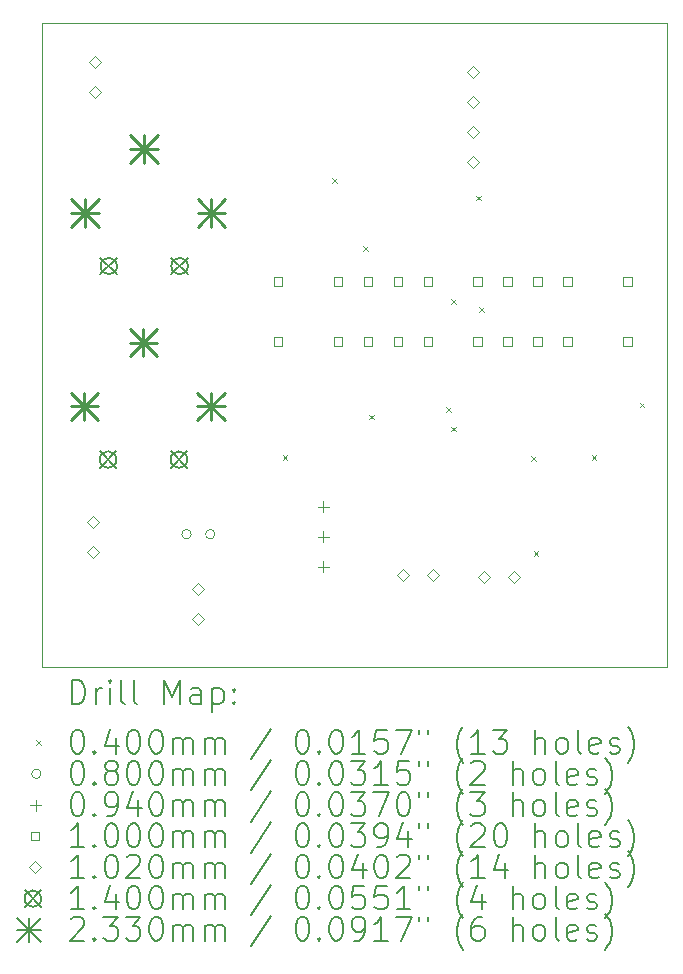
<source format=gbr>
%TF.GenerationSoftware,KiCad,Pcbnew,8.0.5*%
%TF.CreationDate,2024-10-12T22:46:50+02:00*%
%TF.ProjectId,AMS_IMD_Reset,414d535f-494d-4445-9f52-657365742e6b,rev?*%
%TF.SameCoordinates,Original*%
%TF.FileFunction,Drillmap*%
%TF.FilePolarity,Positive*%
%FSLAX45Y45*%
G04 Gerber Fmt 4.5, Leading zero omitted, Abs format (unit mm)*
G04 Created by KiCad (PCBNEW 8.0.5) date 2024-10-12 22:46:50*
%MOMM*%
%LPD*%
G01*
G04 APERTURE LIST*
%ADD10C,0.100000*%
%ADD11C,0.200000*%
%ADD12C,0.102000*%
%ADD13C,0.140000*%
%ADD14C,0.233000*%
G04 APERTURE END LIST*
D10*
X14841220Y-6675120D02*
X20132040Y-6675120D01*
X20132040Y-12120880D01*
X14841220Y-12120880D01*
X14841220Y-6675120D01*
D11*
D10*
X16881160Y-10327960D02*
X16921160Y-10367960D01*
X16921160Y-10327960D02*
X16881160Y-10367960D01*
X17297720Y-7986080D02*
X17337720Y-8026080D01*
X17337720Y-7986080D02*
X17297720Y-8026080D01*
X17561880Y-8560120D02*
X17601880Y-8600120D01*
X17601880Y-8560120D02*
X17561880Y-8600120D01*
X17612680Y-9987600D02*
X17652680Y-10027600D01*
X17652680Y-9987600D02*
X17612680Y-10027600D01*
X18262920Y-9924040D02*
X18302920Y-9964040D01*
X18302920Y-9924040D02*
X18262920Y-9964040D01*
X18308640Y-9007160D02*
X18348640Y-9047160D01*
X18348640Y-9007160D02*
X18308640Y-9047160D01*
X18308640Y-10089200D02*
X18348640Y-10129200D01*
X18348640Y-10089200D02*
X18308640Y-10129200D01*
X18522000Y-8133400D02*
X18562000Y-8173400D01*
X18562000Y-8133400D02*
X18522000Y-8173400D01*
X18542320Y-9078280D02*
X18582320Y-9118280D01*
X18582320Y-9078280D02*
X18542320Y-9118280D01*
X18984280Y-10338120D02*
X19024280Y-10378120D01*
X19024280Y-10338120D02*
X18984280Y-10378120D01*
X19007140Y-11145840D02*
X19047140Y-11185840D01*
X19047140Y-11145840D02*
X19007140Y-11185840D01*
X19497360Y-10327960D02*
X19537360Y-10367960D01*
X19537360Y-10327960D02*
X19497360Y-10367960D01*
X19903760Y-9886000D02*
X19943760Y-9926000D01*
X19943760Y-9886000D02*
X19903760Y-9926000D01*
X16108040Y-11000740D02*
G75*
G02*
X16028040Y-11000740I-40000J0D01*
G01*
X16028040Y-11000740D02*
G75*
G02*
X16108040Y-11000740I40000J0D01*
G01*
X16308040Y-11000740D02*
G75*
G02*
X16228040Y-11000740I-40000J0D01*
G01*
X16228040Y-11000740D02*
G75*
G02*
X16308040Y-11000740I40000J0D01*
G01*
X17226280Y-10722600D02*
X17226280Y-10816600D01*
X17179280Y-10769600D02*
X17273280Y-10769600D01*
X17226280Y-10976600D02*
X17226280Y-11070600D01*
X17179280Y-11023600D02*
X17273280Y-11023600D01*
X17226280Y-11230600D02*
X17226280Y-11324600D01*
X17179280Y-11277600D02*
X17273280Y-11277600D01*
X16875556Y-8894876D02*
X16875556Y-8824164D01*
X16804844Y-8824164D01*
X16804844Y-8894876D01*
X16875556Y-8894876D01*
X16875556Y-9402876D02*
X16875556Y-9332164D01*
X16804844Y-9332164D01*
X16804844Y-9402876D01*
X16875556Y-9402876D01*
X17383556Y-8894876D02*
X17383556Y-8824164D01*
X17312844Y-8824164D01*
X17312844Y-8894876D01*
X17383556Y-8894876D01*
X17383556Y-9402876D02*
X17383556Y-9332164D01*
X17312844Y-9332164D01*
X17312844Y-9402876D01*
X17383556Y-9402876D01*
X17637556Y-8894876D02*
X17637556Y-8824164D01*
X17566844Y-8824164D01*
X17566844Y-8894876D01*
X17637556Y-8894876D01*
X17637556Y-9402876D02*
X17637556Y-9332164D01*
X17566844Y-9332164D01*
X17566844Y-9402876D01*
X17637556Y-9402876D01*
X17891556Y-8894876D02*
X17891556Y-8824164D01*
X17820844Y-8824164D01*
X17820844Y-8894876D01*
X17891556Y-8894876D01*
X17891556Y-9402876D02*
X17891556Y-9332164D01*
X17820844Y-9332164D01*
X17820844Y-9402876D01*
X17891556Y-9402876D01*
X18145556Y-8894876D02*
X18145556Y-8824164D01*
X18074844Y-8824164D01*
X18074844Y-8894876D01*
X18145556Y-8894876D01*
X18145556Y-9402876D02*
X18145556Y-9332164D01*
X18074844Y-9332164D01*
X18074844Y-9402876D01*
X18145556Y-9402876D01*
X18567196Y-8894876D02*
X18567196Y-8824164D01*
X18496484Y-8824164D01*
X18496484Y-8894876D01*
X18567196Y-8894876D01*
X18567196Y-9402876D02*
X18567196Y-9332164D01*
X18496484Y-9332164D01*
X18496484Y-9402876D01*
X18567196Y-9402876D01*
X18821196Y-8894876D02*
X18821196Y-8824164D01*
X18750484Y-8824164D01*
X18750484Y-8894876D01*
X18821196Y-8894876D01*
X18821196Y-9402876D02*
X18821196Y-9332164D01*
X18750484Y-9332164D01*
X18750484Y-9402876D01*
X18821196Y-9402876D01*
X19075196Y-8894876D02*
X19075196Y-8824164D01*
X19004484Y-8824164D01*
X19004484Y-8894876D01*
X19075196Y-8894876D01*
X19075196Y-9402876D02*
X19075196Y-9332164D01*
X19004484Y-9332164D01*
X19004484Y-9402876D01*
X19075196Y-9402876D01*
X19329196Y-8894876D02*
X19329196Y-8824164D01*
X19258484Y-8824164D01*
X19258484Y-8894876D01*
X19329196Y-8894876D01*
X19329196Y-9402876D02*
X19329196Y-9332164D01*
X19258484Y-9332164D01*
X19258484Y-9402876D01*
X19329196Y-9402876D01*
X19837196Y-8894876D02*
X19837196Y-8824164D01*
X19766484Y-8824164D01*
X19766484Y-8894876D01*
X19837196Y-8894876D01*
X19837196Y-9402876D02*
X19837196Y-9332164D01*
X19766484Y-9332164D01*
X19766484Y-9402876D01*
X19837196Y-9402876D01*
D12*
X15278880Y-10947620D02*
X15329880Y-10896620D01*
X15278880Y-10845620D01*
X15227880Y-10896620D01*
X15278880Y-10947620D01*
X15278880Y-11201620D02*
X15329880Y-11150620D01*
X15278880Y-11099620D01*
X15227880Y-11150620D01*
X15278880Y-11201620D01*
X15288800Y-7053140D02*
X15339800Y-7002140D01*
X15288800Y-6951140D01*
X15237800Y-7002140D01*
X15288800Y-7053140D01*
X15288800Y-7307140D02*
X15339800Y-7256140D01*
X15288800Y-7205140D01*
X15237800Y-7256140D01*
X15288800Y-7307140D01*
X16168160Y-11513080D02*
X16219160Y-11462080D01*
X16168160Y-11411080D01*
X16117160Y-11462080D01*
X16168160Y-11513080D01*
X16168160Y-11767080D02*
X16219160Y-11716080D01*
X16168160Y-11665080D01*
X16117160Y-11716080D01*
X16168160Y-11767080D01*
X17901920Y-11397120D02*
X17952920Y-11346120D01*
X17901920Y-11295120D01*
X17850920Y-11346120D01*
X17901920Y-11397120D01*
X18155920Y-11397120D02*
X18206920Y-11346120D01*
X18155920Y-11295120D01*
X18104920Y-11346120D01*
X18155920Y-11397120D01*
X18496280Y-7137600D02*
X18547280Y-7086600D01*
X18496280Y-7035600D01*
X18445280Y-7086600D01*
X18496280Y-7137600D01*
X18496280Y-7391600D02*
X18547280Y-7340600D01*
X18496280Y-7289600D01*
X18445280Y-7340600D01*
X18496280Y-7391600D01*
X18496280Y-7645600D02*
X18547280Y-7594600D01*
X18496280Y-7543600D01*
X18445280Y-7594600D01*
X18496280Y-7645600D01*
X18496280Y-7899600D02*
X18547280Y-7848600D01*
X18496280Y-7797600D01*
X18445280Y-7848600D01*
X18496280Y-7899600D01*
X18585840Y-11412120D02*
X18636840Y-11361120D01*
X18585840Y-11310120D01*
X18534840Y-11361120D01*
X18585840Y-11412120D01*
X18839840Y-11412120D02*
X18890840Y-11361120D01*
X18839840Y-11310120D01*
X18788840Y-11361120D01*
X18839840Y-11412120D01*
D13*
X15332940Y-10298640D02*
X15472940Y-10438640D01*
X15472940Y-10298640D02*
X15332940Y-10438640D01*
X15472940Y-10368640D02*
G75*
G02*
X15332940Y-10368640I-70000J0D01*
G01*
X15332940Y-10368640D02*
G75*
G02*
X15472940Y-10368640I70000J0D01*
G01*
X15338960Y-8659980D02*
X15478960Y-8799980D01*
X15478960Y-8659980D02*
X15338960Y-8799980D01*
X15478960Y-8729980D02*
G75*
G02*
X15338960Y-8729980I-70000J0D01*
G01*
X15338960Y-8729980D02*
G75*
G02*
X15478960Y-8729980I70000J0D01*
G01*
X15932940Y-10298640D02*
X16072940Y-10438640D01*
X16072940Y-10298640D02*
X15932940Y-10438640D01*
X16072940Y-10368640D02*
G75*
G02*
X15932940Y-10368640I-70000J0D01*
G01*
X15932940Y-10368640D02*
G75*
G02*
X16072940Y-10368640I70000J0D01*
G01*
X15938960Y-8659980D02*
X16078960Y-8799980D01*
X16078960Y-8659980D02*
X15938960Y-8799980D01*
X16078960Y-8729980D02*
G75*
G02*
X15938960Y-8729980I-70000J0D01*
G01*
X15938960Y-8729980D02*
G75*
G02*
X16078960Y-8729980I70000J0D01*
G01*
D14*
X15086440Y-9802140D02*
X15319440Y-10035140D01*
X15319440Y-9802140D02*
X15086440Y-10035140D01*
X15202940Y-9802140D02*
X15202940Y-10035140D01*
X15086440Y-9918640D02*
X15319440Y-9918640D01*
X15092460Y-8163480D02*
X15325460Y-8396480D01*
X15325460Y-8163480D02*
X15092460Y-8396480D01*
X15208960Y-8163480D02*
X15208960Y-8396480D01*
X15092460Y-8279980D02*
X15325460Y-8279980D01*
X15586440Y-9262140D02*
X15819440Y-9495140D01*
X15819440Y-9262140D02*
X15586440Y-9495140D01*
X15702940Y-9262140D02*
X15702940Y-9495140D01*
X15586440Y-9378640D02*
X15819440Y-9378640D01*
X15592460Y-7623480D02*
X15825460Y-7856480D01*
X15825460Y-7623480D02*
X15592460Y-7856480D01*
X15708960Y-7623480D02*
X15708960Y-7856480D01*
X15592460Y-7739980D02*
X15825460Y-7739980D01*
X16156440Y-9802140D02*
X16389440Y-10035140D01*
X16389440Y-9802140D02*
X16156440Y-10035140D01*
X16272940Y-9802140D02*
X16272940Y-10035140D01*
X16156440Y-9918640D02*
X16389440Y-9918640D01*
X16162460Y-8163480D02*
X16395460Y-8396480D01*
X16395460Y-8163480D02*
X16162460Y-8396480D01*
X16278960Y-8163480D02*
X16278960Y-8396480D01*
X16162460Y-8279980D02*
X16395460Y-8279980D01*
D11*
X15096997Y-12437364D02*
X15096997Y-12237364D01*
X15096997Y-12237364D02*
X15144616Y-12237364D01*
X15144616Y-12237364D02*
X15173187Y-12246888D01*
X15173187Y-12246888D02*
X15192235Y-12265935D01*
X15192235Y-12265935D02*
X15201759Y-12284983D01*
X15201759Y-12284983D02*
X15211282Y-12323078D01*
X15211282Y-12323078D02*
X15211282Y-12351649D01*
X15211282Y-12351649D02*
X15201759Y-12389745D01*
X15201759Y-12389745D02*
X15192235Y-12408792D01*
X15192235Y-12408792D02*
X15173187Y-12427840D01*
X15173187Y-12427840D02*
X15144616Y-12437364D01*
X15144616Y-12437364D02*
X15096997Y-12437364D01*
X15296997Y-12437364D02*
X15296997Y-12304030D01*
X15296997Y-12342126D02*
X15306521Y-12323078D01*
X15306521Y-12323078D02*
X15316044Y-12313554D01*
X15316044Y-12313554D02*
X15335092Y-12304030D01*
X15335092Y-12304030D02*
X15354140Y-12304030D01*
X15420806Y-12437364D02*
X15420806Y-12304030D01*
X15420806Y-12237364D02*
X15411282Y-12246888D01*
X15411282Y-12246888D02*
X15420806Y-12256411D01*
X15420806Y-12256411D02*
X15430330Y-12246888D01*
X15430330Y-12246888D02*
X15420806Y-12237364D01*
X15420806Y-12237364D02*
X15420806Y-12256411D01*
X15544616Y-12437364D02*
X15525568Y-12427840D01*
X15525568Y-12427840D02*
X15516044Y-12408792D01*
X15516044Y-12408792D02*
X15516044Y-12237364D01*
X15649378Y-12437364D02*
X15630330Y-12427840D01*
X15630330Y-12427840D02*
X15620806Y-12408792D01*
X15620806Y-12408792D02*
X15620806Y-12237364D01*
X15877949Y-12437364D02*
X15877949Y-12237364D01*
X15877949Y-12237364D02*
X15944616Y-12380221D01*
X15944616Y-12380221D02*
X16011282Y-12237364D01*
X16011282Y-12237364D02*
X16011282Y-12437364D01*
X16192235Y-12437364D02*
X16192235Y-12332602D01*
X16192235Y-12332602D02*
X16182711Y-12313554D01*
X16182711Y-12313554D02*
X16163663Y-12304030D01*
X16163663Y-12304030D02*
X16125568Y-12304030D01*
X16125568Y-12304030D02*
X16106521Y-12313554D01*
X16192235Y-12427840D02*
X16173187Y-12437364D01*
X16173187Y-12437364D02*
X16125568Y-12437364D01*
X16125568Y-12437364D02*
X16106521Y-12427840D01*
X16106521Y-12427840D02*
X16096997Y-12408792D01*
X16096997Y-12408792D02*
X16096997Y-12389745D01*
X16096997Y-12389745D02*
X16106521Y-12370697D01*
X16106521Y-12370697D02*
X16125568Y-12361173D01*
X16125568Y-12361173D02*
X16173187Y-12361173D01*
X16173187Y-12361173D02*
X16192235Y-12351649D01*
X16287473Y-12304030D02*
X16287473Y-12504030D01*
X16287473Y-12313554D02*
X16306521Y-12304030D01*
X16306521Y-12304030D02*
X16344616Y-12304030D01*
X16344616Y-12304030D02*
X16363663Y-12313554D01*
X16363663Y-12313554D02*
X16373187Y-12323078D01*
X16373187Y-12323078D02*
X16382711Y-12342126D01*
X16382711Y-12342126D02*
X16382711Y-12399268D01*
X16382711Y-12399268D02*
X16373187Y-12418316D01*
X16373187Y-12418316D02*
X16363663Y-12427840D01*
X16363663Y-12427840D02*
X16344616Y-12437364D01*
X16344616Y-12437364D02*
X16306521Y-12437364D01*
X16306521Y-12437364D02*
X16287473Y-12427840D01*
X16468425Y-12418316D02*
X16477949Y-12427840D01*
X16477949Y-12427840D02*
X16468425Y-12437364D01*
X16468425Y-12437364D02*
X16458902Y-12427840D01*
X16458902Y-12427840D02*
X16468425Y-12418316D01*
X16468425Y-12418316D02*
X16468425Y-12437364D01*
X16468425Y-12313554D02*
X16477949Y-12323078D01*
X16477949Y-12323078D02*
X16468425Y-12332602D01*
X16468425Y-12332602D02*
X16458902Y-12323078D01*
X16458902Y-12323078D02*
X16468425Y-12313554D01*
X16468425Y-12313554D02*
X16468425Y-12332602D01*
D10*
X14796220Y-12745880D02*
X14836220Y-12785880D01*
X14836220Y-12745880D02*
X14796220Y-12785880D01*
D11*
X15135092Y-12657364D02*
X15154140Y-12657364D01*
X15154140Y-12657364D02*
X15173187Y-12666888D01*
X15173187Y-12666888D02*
X15182711Y-12676411D01*
X15182711Y-12676411D02*
X15192235Y-12695459D01*
X15192235Y-12695459D02*
X15201759Y-12733554D01*
X15201759Y-12733554D02*
X15201759Y-12781173D01*
X15201759Y-12781173D02*
X15192235Y-12819268D01*
X15192235Y-12819268D02*
X15182711Y-12838316D01*
X15182711Y-12838316D02*
X15173187Y-12847840D01*
X15173187Y-12847840D02*
X15154140Y-12857364D01*
X15154140Y-12857364D02*
X15135092Y-12857364D01*
X15135092Y-12857364D02*
X15116044Y-12847840D01*
X15116044Y-12847840D02*
X15106521Y-12838316D01*
X15106521Y-12838316D02*
X15096997Y-12819268D01*
X15096997Y-12819268D02*
X15087473Y-12781173D01*
X15087473Y-12781173D02*
X15087473Y-12733554D01*
X15087473Y-12733554D02*
X15096997Y-12695459D01*
X15096997Y-12695459D02*
X15106521Y-12676411D01*
X15106521Y-12676411D02*
X15116044Y-12666888D01*
X15116044Y-12666888D02*
X15135092Y-12657364D01*
X15287473Y-12838316D02*
X15296997Y-12847840D01*
X15296997Y-12847840D02*
X15287473Y-12857364D01*
X15287473Y-12857364D02*
X15277949Y-12847840D01*
X15277949Y-12847840D02*
X15287473Y-12838316D01*
X15287473Y-12838316D02*
X15287473Y-12857364D01*
X15468425Y-12724030D02*
X15468425Y-12857364D01*
X15420806Y-12647840D02*
X15373187Y-12790697D01*
X15373187Y-12790697D02*
X15496997Y-12790697D01*
X15611282Y-12657364D02*
X15630330Y-12657364D01*
X15630330Y-12657364D02*
X15649378Y-12666888D01*
X15649378Y-12666888D02*
X15658902Y-12676411D01*
X15658902Y-12676411D02*
X15668425Y-12695459D01*
X15668425Y-12695459D02*
X15677949Y-12733554D01*
X15677949Y-12733554D02*
X15677949Y-12781173D01*
X15677949Y-12781173D02*
X15668425Y-12819268D01*
X15668425Y-12819268D02*
X15658902Y-12838316D01*
X15658902Y-12838316D02*
X15649378Y-12847840D01*
X15649378Y-12847840D02*
X15630330Y-12857364D01*
X15630330Y-12857364D02*
X15611282Y-12857364D01*
X15611282Y-12857364D02*
X15592235Y-12847840D01*
X15592235Y-12847840D02*
X15582711Y-12838316D01*
X15582711Y-12838316D02*
X15573187Y-12819268D01*
X15573187Y-12819268D02*
X15563663Y-12781173D01*
X15563663Y-12781173D02*
X15563663Y-12733554D01*
X15563663Y-12733554D02*
X15573187Y-12695459D01*
X15573187Y-12695459D02*
X15582711Y-12676411D01*
X15582711Y-12676411D02*
X15592235Y-12666888D01*
X15592235Y-12666888D02*
X15611282Y-12657364D01*
X15801759Y-12657364D02*
X15820806Y-12657364D01*
X15820806Y-12657364D02*
X15839854Y-12666888D01*
X15839854Y-12666888D02*
X15849378Y-12676411D01*
X15849378Y-12676411D02*
X15858902Y-12695459D01*
X15858902Y-12695459D02*
X15868425Y-12733554D01*
X15868425Y-12733554D02*
X15868425Y-12781173D01*
X15868425Y-12781173D02*
X15858902Y-12819268D01*
X15858902Y-12819268D02*
X15849378Y-12838316D01*
X15849378Y-12838316D02*
X15839854Y-12847840D01*
X15839854Y-12847840D02*
X15820806Y-12857364D01*
X15820806Y-12857364D02*
X15801759Y-12857364D01*
X15801759Y-12857364D02*
X15782711Y-12847840D01*
X15782711Y-12847840D02*
X15773187Y-12838316D01*
X15773187Y-12838316D02*
X15763663Y-12819268D01*
X15763663Y-12819268D02*
X15754140Y-12781173D01*
X15754140Y-12781173D02*
X15754140Y-12733554D01*
X15754140Y-12733554D02*
X15763663Y-12695459D01*
X15763663Y-12695459D02*
X15773187Y-12676411D01*
X15773187Y-12676411D02*
X15782711Y-12666888D01*
X15782711Y-12666888D02*
X15801759Y-12657364D01*
X15954140Y-12857364D02*
X15954140Y-12724030D01*
X15954140Y-12743078D02*
X15963663Y-12733554D01*
X15963663Y-12733554D02*
X15982711Y-12724030D01*
X15982711Y-12724030D02*
X16011283Y-12724030D01*
X16011283Y-12724030D02*
X16030330Y-12733554D01*
X16030330Y-12733554D02*
X16039854Y-12752602D01*
X16039854Y-12752602D02*
X16039854Y-12857364D01*
X16039854Y-12752602D02*
X16049378Y-12733554D01*
X16049378Y-12733554D02*
X16068425Y-12724030D01*
X16068425Y-12724030D02*
X16096997Y-12724030D01*
X16096997Y-12724030D02*
X16116044Y-12733554D01*
X16116044Y-12733554D02*
X16125568Y-12752602D01*
X16125568Y-12752602D02*
X16125568Y-12857364D01*
X16220806Y-12857364D02*
X16220806Y-12724030D01*
X16220806Y-12743078D02*
X16230330Y-12733554D01*
X16230330Y-12733554D02*
X16249378Y-12724030D01*
X16249378Y-12724030D02*
X16277949Y-12724030D01*
X16277949Y-12724030D02*
X16296997Y-12733554D01*
X16296997Y-12733554D02*
X16306521Y-12752602D01*
X16306521Y-12752602D02*
X16306521Y-12857364D01*
X16306521Y-12752602D02*
X16316044Y-12733554D01*
X16316044Y-12733554D02*
X16335092Y-12724030D01*
X16335092Y-12724030D02*
X16363663Y-12724030D01*
X16363663Y-12724030D02*
X16382711Y-12733554D01*
X16382711Y-12733554D02*
X16392235Y-12752602D01*
X16392235Y-12752602D02*
X16392235Y-12857364D01*
X16782711Y-12647840D02*
X16611283Y-12904983D01*
X17039854Y-12657364D02*
X17058902Y-12657364D01*
X17058902Y-12657364D02*
X17077949Y-12666888D01*
X17077949Y-12666888D02*
X17087473Y-12676411D01*
X17087473Y-12676411D02*
X17096997Y-12695459D01*
X17096997Y-12695459D02*
X17106521Y-12733554D01*
X17106521Y-12733554D02*
X17106521Y-12781173D01*
X17106521Y-12781173D02*
X17096997Y-12819268D01*
X17096997Y-12819268D02*
X17087473Y-12838316D01*
X17087473Y-12838316D02*
X17077949Y-12847840D01*
X17077949Y-12847840D02*
X17058902Y-12857364D01*
X17058902Y-12857364D02*
X17039854Y-12857364D01*
X17039854Y-12857364D02*
X17020807Y-12847840D01*
X17020807Y-12847840D02*
X17011283Y-12838316D01*
X17011283Y-12838316D02*
X17001759Y-12819268D01*
X17001759Y-12819268D02*
X16992235Y-12781173D01*
X16992235Y-12781173D02*
X16992235Y-12733554D01*
X16992235Y-12733554D02*
X17001759Y-12695459D01*
X17001759Y-12695459D02*
X17011283Y-12676411D01*
X17011283Y-12676411D02*
X17020807Y-12666888D01*
X17020807Y-12666888D02*
X17039854Y-12657364D01*
X17192235Y-12838316D02*
X17201759Y-12847840D01*
X17201759Y-12847840D02*
X17192235Y-12857364D01*
X17192235Y-12857364D02*
X17182711Y-12847840D01*
X17182711Y-12847840D02*
X17192235Y-12838316D01*
X17192235Y-12838316D02*
X17192235Y-12857364D01*
X17325568Y-12657364D02*
X17344616Y-12657364D01*
X17344616Y-12657364D02*
X17363664Y-12666888D01*
X17363664Y-12666888D02*
X17373188Y-12676411D01*
X17373188Y-12676411D02*
X17382711Y-12695459D01*
X17382711Y-12695459D02*
X17392235Y-12733554D01*
X17392235Y-12733554D02*
X17392235Y-12781173D01*
X17392235Y-12781173D02*
X17382711Y-12819268D01*
X17382711Y-12819268D02*
X17373188Y-12838316D01*
X17373188Y-12838316D02*
X17363664Y-12847840D01*
X17363664Y-12847840D02*
X17344616Y-12857364D01*
X17344616Y-12857364D02*
X17325568Y-12857364D01*
X17325568Y-12857364D02*
X17306521Y-12847840D01*
X17306521Y-12847840D02*
X17296997Y-12838316D01*
X17296997Y-12838316D02*
X17287473Y-12819268D01*
X17287473Y-12819268D02*
X17277949Y-12781173D01*
X17277949Y-12781173D02*
X17277949Y-12733554D01*
X17277949Y-12733554D02*
X17287473Y-12695459D01*
X17287473Y-12695459D02*
X17296997Y-12676411D01*
X17296997Y-12676411D02*
X17306521Y-12666888D01*
X17306521Y-12666888D02*
X17325568Y-12657364D01*
X17582711Y-12857364D02*
X17468426Y-12857364D01*
X17525568Y-12857364D02*
X17525568Y-12657364D01*
X17525568Y-12657364D02*
X17506521Y-12685935D01*
X17506521Y-12685935D02*
X17487473Y-12704983D01*
X17487473Y-12704983D02*
X17468426Y-12714507D01*
X17763664Y-12657364D02*
X17668426Y-12657364D01*
X17668426Y-12657364D02*
X17658902Y-12752602D01*
X17658902Y-12752602D02*
X17668426Y-12743078D01*
X17668426Y-12743078D02*
X17687473Y-12733554D01*
X17687473Y-12733554D02*
X17735092Y-12733554D01*
X17735092Y-12733554D02*
X17754140Y-12743078D01*
X17754140Y-12743078D02*
X17763664Y-12752602D01*
X17763664Y-12752602D02*
X17773188Y-12771649D01*
X17773188Y-12771649D02*
X17773188Y-12819268D01*
X17773188Y-12819268D02*
X17763664Y-12838316D01*
X17763664Y-12838316D02*
X17754140Y-12847840D01*
X17754140Y-12847840D02*
X17735092Y-12857364D01*
X17735092Y-12857364D02*
X17687473Y-12857364D01*
X17687473Y-12857364D02*
X17668426Y-12847840D01*
X17668426Y-12847840D02*
X17658902Y-12838316D01*
X17839854Y-12657364D02*
X17973188Y-12657364D01*
X17973188Y-12657364D02*
X17887473Y-12857364D01*
X18039854Y-12657364D02*
X18039854Y-12695459D01*
X18116045Y-12657364D02*
X18116045Y-12695459D01*
X18411283Y-12933554D02*
X18401759Y-12924030D01*
X18401759Y-12924030D02*
X18382711Y-12895459D01*
X18382711Y-12895459D02*
X18373188Y-12876411D01*
X18373188Y-12876411D02*
X18363664Y-12847840D01*
X18363664Y-12847840D02*
X18354140Y-12800221D01*
X18354140Y-12800221D02*
X18354140Y-12762126D01*
X18354140Y-12762126D02*
X18363664Y-12714507D01*
X18363664Y-12714507D02*
X18373188Y-12685935D01*
X18373188Y-12685935D02*
X18382711Y-12666888D01*
X18382711Y-12666888D02*
X18401759Y-12638316D01*
X18401759Y-12638316D02*
X18411283Y-12628792D01*
X18592235Y-12857364D02*
X18477950Y-12857364D01*
X18535092Y-12857364D02*
X18535092Y-12657364D01*
X18535092Y-12657364D02*
X18516045Y-12685935D01*
X18516045Y-12685935D02*
X18496997Y-12704983D01*
X18496997Y-12704983D02*
X18477950Y-12714507D01*
X18658902Y-12657364D02*
X18782711Y-12657364D01*
X18782711Y-12657364D02*
X18716045Y-12733554D01*
X18716045Y-12733554D02*
X18744616Y-12733554D01*
X18744616Y-12733554D02*
X18763664Y-12743078D01*
X18763664Y-12743078D02*
X18773188Y-12752602D01*
X18773188Y-12752602D02*
X18782711Y-12771649D01*
X18782711Y-12771649D02*
X18782711Y-12819268D01*
X18782711Y-12819268D02*
X18773188Y-12838316D01*
X18773188Y-12838316D02*
X18763664Y-12847840D01*
X18763664Y-12847840D02*
X18744616Y-12857364D01*
X18744616Y-12857364D02*
X18687473Y-12857364D01*
X18687473Y-12857364D02*
X18668426Y-12847840D01*
X18668426Y-12847840D02*
X18658902Y-12838316D01*
X19020807Y-12857364D02*
X19020807Y-12657364D01*
X19106521Y-12857364D02*
X19106521Y-12752602D01*
X19106521Y-12752602D02*
X19096997Y-12733554D01*
X19096997Y-12733554D02*
X19077950Y-12724030D01*
X19077950Y-12724030D02*
X19049378Y-12724030D01*
X19049378Y-12724030D02*
X19030331Y-12733554D01*
X19030331Y-12733554D02*
X19020807Y-12743078D01*
X19230331Y-12857364D02*
X19211283Y-12847840D01*
X19211283Y-12847840D02*
X19201759Y-12838316D01*
X19201759Y-12838316D02*
X19192235Y-12819268D01*
X19192235Y-12819268D02*
X19192235Y-12762126D01*
X19192235Y-12762126D02*
X19201759Y-12743078D01*
X19201759Y-12743078D02*
X19211283Y-12733554D01*
X19211283Y-12733554D02*
X19230331Y-12724030D01*
X19230331Y-12724030D02*
X19258902Y-12724030D01*
X19258902Y-12724030D02*
X19277950Y-12733554D01*
X19277950Y-12733554D02*
X19287473Y-12743078D01*
X19287473Y-12743078D02*
X19296997Y-12762126D01*
X19296997Y-12762126D02*
X19296997Y-12819268D01*
X19296997Y-12819268D02*
X19287473Y-12838316D01*
X19287473Y-12838316D02*
X19277950Y-12847840D01*
X19277950Y-12847840D02*
X19258902Y-12857364D01*
X19258902Y-12857364D02*
X19230331Y-12857364D01*
X19411283Y-12857364D02*
X19392235Y-12847840D01*
X19392235Y-12847840D02*
X19382712Y-12828792D01*
X19382712Y-12828792D02*
X19382712Y-12657364D01*
X19563664Y-12847840D02*
X19544616Y-12857364D01*
X19544616Y-12857364D02*
X19506521Y-12857364D01*
X19506521Y-12857364D02*
X19487473Y-12847840D01*
X19487473Y-12847840D02*
X19477950Y-12828792D01*
X19477950Y-12828792D02*
X19477950Y-12752602D01*
X19477950Y-12752602D02*
X19487473Y-12733554D01*
X19487473Y-12733554D02*
X19506521Y-12724030D01*
X19506521Y-12724030D02*
X19544616Y-12724030D01*
X19544616Y-12724030D02*
X19563664Y-12733554D01*
X19563664Y-12733554D02*
X19573188Y-12752602D01*
X19573188Y-12752602D02*
X19573188Y-12771649D01*
X19573188Y-12771649D02*
X19477950Y-12790697D01*
X19649378Y-12847840D02*
X19668426Y-12857364D01*
X19668426Y-12857364D02*
X19706521Y-12857364D01*
X19706521Y-12857364D02*
X19725569Y-12847840D01*
X19725569Y-12847840D02*
X19735093Y-12828792D01*
X19735093Y-12828792D02*
X19735093Y-12819268D01*
X19735093Y-12819268D02*
X19725569Y-12800221D01*
X19725569Y-12800221D02*
X19706521Y-12790697D01*
X19706521Y-12790697D02*
X19677950Y-12790697D01*
X19677950Y-12790697D02*
X19658902Y-12781173D01*
X19658902Y-12781173D02*
X19649378Y-12762126D01*
X19649378Y-12762126D02*
X19649378Y-12752602D01*
X19649378Y-12752602D02*
X19658902Y-12733554D01*
X19658902Y-12733554D02*
X19677950Y-12724030D01*
X19677950Y-12724030D02*
X19706521Y-12724030D01*
X19706521Y-12724030D02*
X19725569Y-12733554D01*
X19801759Y-12933554D02*
X19811283Y-12924030D01*
X19811283Y-12924030D02*
X19830331Y-12895459D01*
X19830331Y-12895459D02*
X19839854Y-12876411D01*
X19839854Y-12876411D02*
X19849378Y-12847840D01*
X19849378Y-12847840D02*
X19858902Y-12800221D01*
X19858902Y-12800221D02*
X19858902Y-12762126D01*
X19858902Y-12762126D02*
X19849378Y-12714507D01*
X19849378Y-12714507D02*
X19839854Y-12685935D01*
X19839854Y-12685935D02*
X19830331Y-12666888D01*
X19830331Y-12666888D02*
X19811283Y-12638316D01*
X19811283Y-12638316D02*
X19801759Y-12628792D01*
D10*
X14836220Y-13029880D02*
G75*
G02*
X14756220Y-13029880I-40000J0D01*
G01*
X14756220Y-13029880D02*
G75*
G02*
X14836220Y-13029880I40000J0D01*
G01*
D11*
X15135092Y-12921364D02*
X15154140Y-12921364D01*
X15154140Y-12921364D02*
X15173187Y-12930888D01*
X15173187Y-12930888D02*
X15182711Y-12940411D01*
X15182711Y-12940411D02*
X15192235Y-12959459D01*
X15192235Y-12959459D02*
X15201759Y-12997554D01*
X15201759Y-12997554D02*
X15201759Y-13045173D01*
X15201759Y-13045173D02*
X15192235Y-13083268D01*
X15192235Y-13083268D02*
X15182711Y-13102316D01*
X15182711Y-13102316D02*
X15173187Y-13111840D01*
X15173187Y-13111840D02*
X15154140Y-13121364D01*
X15154140Y-13121364D02*
X15135092Y-13121364D01*
X15135092Y-13121364D02*
X15116044Y-13111840D01*
X15116044Y-13111840D02*
X15106521Y-13102316D01*
X15106521Y-13102316D02*
X15096997Y-13083268D01*
X15096997Y-13083268D02*
X15087473Y-13045173D01*
X15087473Y-13045173D02*
X15087473Y-12997554D01*
X15087473Y-12997554D02*
X15096997Y-12959459D01*
X15096997Y-12959459D02*
X15106521Y-12940411D01*
X15106521Y-12940411D02*
X15116044Y-12930888D01*
X15116044Y-12930888D02*
X15135092Y-12921364D01*
X15287473Y-13102316D02*
X15296997Y-13111840D01*
X15296997Y-13111840D02*
X15287473Y-13121364D01*
X15287473Y-13121364D02*
X15277949Y-13111840D01*
X15277949Y-13111840D02*
X15287473Y-13102316D01*
X15287473Y-13102316D02*
X15287473Y-13121364D01*
X15411282Y-13007078D02*
X15392235Y-12997554D01*
X15392235Y-12997554D02*
X15382711Y-12988030D01*
X15382711Y-12988030D02*
X15373187Y-12968983D01*
X15373187Y-12968983D02*
X15373187Y-12959459D01*
X15373187Y-12959459D02*
X15382711Y-12940411D01*
X15382711Y-12940411D02*
X15392235Y-12930888D01*
X15392235Y-12930888D02*
X15411282Y-12921364D01*
X15411282Y-12921364D02*
X15449378Y-12921364D01*
X15449378Y-12921364D02*
X15468425Y-12930888D01*
X15468425Y-12930888D02*
X15477949Y-12940411D01*
X15477949Y-12940411D02*
X15487473Y-12959459D01*
X15487473Y-12959459D02*
X15487473Y-12968983D01*
X15487473Y-12968983D02*
X15477949Y-12988030D01*
X15477949Y-12988030D02*
X15468425Y-12997554D01*
X15468425Y-12997554D02*
X15449378Y-13007078D01*
X15449378Y-13007078D02*
X15411282Y-13007078D01*
X15411282Y-13007078D02*
X15392235Y-13016602D01*
X15392235Y-13016602D02*
X15382711Y-13026126D01*
X15382711Y-13026126D02*
X15373187Y-13045173D01*
X15373187Y-13045173D02*
X15373187Y-13083268D01*
X15373187Y-13083268D02*
X15382711Y-13102316D01*
X15382711Y-13102316D02*
X15392235Y-13111840D01*
X15392235Y-13111840D02*
X15411282Y-13121364D01*
X15411282Y-13121364D02*
X15449378Y-13121364D01*
X15449378Y-13121364D02*
X15468425Y-13111840D01*
X15468425Y-13111840D02*
X15477949Y-13102316D01*
X15477949Y-13102316D02*
X15487473Y-13083268D01*
X15487473Y-13083268D02*
X15487473Y-13045173D01*
X15487473Y-13045173D02*
X15477949Y-13026126D01*
X15477949Y-13026126D02*
X15468425Y-13016602D01*
X15468425Y-13016602D02*
X15449378Y-13007078D01*
X15611282Y-12921364D02*
X15630330Y-12921364D01*
X15630330Y-12921364D02*
X15649378Y-12930888D01*
X15649378Y-12930888D02*
X15658902Y-12940411D01*
X15658902Y-12940411D02*
X15668425Y-12959459D01*
X15668425Y-12959459D02*
X15677949Y-12997554D01*
X15677949Y-12997554D02*
X15677949Y-13045173D01*
X15677949Y-13045173D02*
X15668425Y-13083268D01*
X15668425Y-13083268D02*
X15658902Y-13102316D01*
X15658902Y-13102316D02*
X15649378Y-13111840D01*
X15649378Y-13111840D02*
X15630330Y-13121364D01*
X15630330Y-13121364D02*
X15611282Y-13121364D01*
X15611282Y-13121364D02*
X15592235Y-13111840D01*
X15592235Y-13111840D02*
X15582711Y-13102316D01*
X15582711Y-13102316D02*
X15573187Y-13083268D01*
X15573187Y-13083268D02*
X15563663Y-13045173D01*
X15563663Y-13045173D02*
X15563663Y-12997554D01*
X15563663Y-12997554D02*
X15573187Y-12959459D01*
X15573187Y-12959459D02*
X15582711Y-12940411D01*
X15582711Y-12940411D02*
X15592235Y-12930888D01*
X15592235Y-12930888D02*
X15611282Y-12921364D01*
X15801759Y-12921364D02*
X15820806Y-12921364D01*
X15820806Y-12921364D02*
X15839854Y-12930888D01*
X15839854Y-12930888D02*
X15849378Y-12940411D01*
X15849378Y-12940411D02*
X15858902Y-12959459D01*
X15858902Y-12959459D02*
X15868425Y-12997554D01*
X15868425Y-12997554D02*
X15868425Y-13045173D01*
X15868425Y-13045173D02*
X15858902Y-13083268D01*
X15858902Y-13083268D02*
X15849378Y-13102316D01*
X15849378Y-13102316D02*
X15839854Y-13111840D01*
X15839854Y-13111840D02*
X15820806Y-13121364D01*
X15820806Y-13121364D02*
X15801759Y-13121364D01*
X15801759Y-13121364D02*
X15782711Y-13111840D01*
X15782711Y-13111840D02*
X15773187Y-13102316D01*
X15773187Y-13102316D02*
X15763663Y-13083268D01*
X15763663Y-13083268D02*
X15754140Y-13045173D01*
X15754140Y-13045173D02*
X15754140Y-12997554D01*
X15754140Y-12997554D02*
X15763663Y-12959459D01*
X15763663Y-12959459D02*
X15773187Y-12940411D01*
X15773187Y-12940411D02*
X15782711Y-12930888D01*
X15782711Y-12930888D02*
X15801759Y-12921364D01*
X15954140Y-13121364D02*
X15954140Y-12988030D01*
X15954140Y-13007078D02*
X15963663Y-12997554D01*
X15963663Y-12997554D02*
X15982711Y-12988030D01*
X15982711Y-12988030D02*
X16011283Y-12988030D01*
X16011283Y-12988030D02*
X16030330Y-12997554D01*
X16030330Y-12997554D02*
X16039854Y-13016602D01*
X16039854Y-13016602D02*
X16039854Y-13121364D01*
X16039854Y-13016602D02*
X16049378Y-12997554D01*
X16049378Y-12997554D02*
X16068425Y-12988030D01*
X16068425Y-12988030D02*
X16096997Y-12988030D01*
X16096997Y-12988030D02*
X16116044Y-12997554D01*
X16116044Y-12997554D02*
X16125568Y-13016602D01*
X16125568Y-13016602D02*
X16125568Y-13121364D01*
X16220806Y-13121364D02*
X16220806Y-12988030D01*
X16220806Y-13007078D02*
X16230330Y-12997554D01*
X16230330Y-12997554D02*
X16249378Y-12988030D01*
X16249378Y-12988030D02*
X16277949Y-12988030D01*
X16277949Y-12988030D02*
X16296997Y-12997554D01*
X16296997Y-12997554D02*
X16306521Y-13016602D01*
X16306521Y-13016602D02*
X16306521Y-13121364D01*
X16306521Y-13016602D02*
X16316044Y-12997554D01*
X16316044Y-12997554D02*
X16335092Y-12988030D01*
X16335092Y-12988030D02*
X16363663Y-12988030D01*
X16363663Y-12988030D02*
X16382711Y-12997554D01*
X16382711Y-12997554D02*
X16392235Y-13016602D01*
X16392235Y-13016602D02*
X16392235Y-13121364D01*
X16782711Y-12911840D02*
X16611283Y-13168983D01*
X17039854Y-12921364D02*
X17058902Y-12921364D01*
X17058902Y-12921364D02*
X17077949Y-12930888D01*
X17077949Y-12930888D02*
X17087473Y-12940411D01*
X17087473Y-12940411D02*
X17096997Y-12959459D01*
X17096997Y-12959459D02*
X17106521Y-12997554D01*
X17106521Y-12997554D02*
X17106521Y-13045173D01*
X17106521Y-13045173D02*
X17096997Y-13083268D01*
X17096997Y-13083268D02*
X17087473Y-13102316D01*
X17087473Y-13102316D02*
X17077949Y-13111840D01*
X17077949Y-13111840D02*
X17058902Y-13121364D01*
X17058902Y-13121364D02*
X17039854Y-13121364D01*
X17039854Y-13121364D02*
X17020807Y-13111840D01*
X17020807Y-13111840D02*
X17011283Y-13102316D01*
X17011283Y-13102316D02*
X17001759Y-13083268D01*
X17001759Y-13083268D02*
X16992235Y-13045173D01*
X16992235Y-13045173D02*
X16992235Y-12997554D01*
X16992235Y-12997554D02*
X17001759Y-12959459D01*
X17001759Y-12959459D02*
X17011283Y-12940411D01*
X17011283Y-12940411D02*
X17020807Y-12930888D01*
X17020807Y-12930888D02*
X17039854Y-12921364D01*
X17192235Y-13102316D02*
X17201759Y-13111840D01*
X17201759Y-13111840D02*
X17192235Y-13121364D01*
X17192235Y-13121364D02*
X17182711Y-13111840D01*
X17182711Y-13111840D02*
X17192235Y-13102316D01*
X17192235Y-13102316D02*
X17192235Y-13121364D01*
X17325568Y-12921364D02*
X17344616Y-12921364D01*
X17344616Y-12921364D02*
X17363664Y-12930888D01*
X17363664Y-12930888D02*
X17373188Y-12940411D01*
X17373188Y-12940411D02*
X17382711Y-12959459D01*
X17382711Y-12959459D02*
X17392235Y-12997554D01*
X17392235Y-12997554D02*
X17392235Y-13045173D01*
X17392235Y-13045173D02*
X17382711Y-13083268D01*
X17382711Y-13083268D02*
X17373188Y-13102316D01*
X17373188Y-13102316D02*
X17363664Y-13111840D01*
X17363664Y-13111840D02*
X17344616Y-13121364D01*
X17344616Y-13121364D02*
X17325568Y-13121364D01*
X17325568Y-13121364D02*
X17306521Y-13111840D01*
X17306521Y-13111840D02*
X17296997Y-13102316D01*
X17296997Y-13102316D02*
X17287473Y-13083268D01*
X17287473Y-13083268D02*
X17277949Y-13045173D01*
X17277949Y-13045173D02*
X17277949Y-12997554D01*
X17277949Y-12997554D02*
X17287473Y-12959459D01*
X17287473Y-12959459D02*
X17296997Y-12940411D01*
X17296997Y-12940411D02*
X17306521Y-12930888D01*
X17306521Y-12930888D02*
X17325568Y-12921364D01*
X17458902Y-12921364D02*
X17582711Y-12921364D01*
X17582711Y-12921364D02*
X17516045Y-12997554D01*
X17516045Y-12997554D02*
X17544616Y-12997554D01*
X17544616Y-12997554D02*
X17563664Y-13007078D01*
X17563664Y-13007078D02*
X17573188Y-13016602D01*
X17573188Y-13016602D02*
X17582711Y-13035649D01*
X17582711Y-13035649D02*
X17582711Y-13083268D01*
X17582711Y-13083268D02*
X17573188Y-13102316D01*
X17573188Y-13102316D02*
X17563664Y-13111840D01*
X17563664Y-13111840D02*
X17544616Y-13121364D01*
X17544616Y-13121364D02*
X17487473Y-13121364D01*
X17487473Y-13121364D02*
X17468426Y-13111840D01*
X17468426Y-13111840D02*
X17458902Y-13102316D01*
X17773188Y-13121364D02*
X17658902Y-13121364D01*
X17716045Y-13121364D02*
X17716045Y-12921364D01*
X17716045Y-12921364D02*
X17696997Y-12949935D01*
X17696997Y-12949935D02*
X17677949Y-12968983D01*
X17677949Y-12968983D02*
X17658902Y-12978507D01*
X17954140Y-12921364D02*
X17858902Y-12921364D01*
X17858902Y-12921364D02*
X17849378Y-13016602D01*
X17849378Y-13016602D02*
X17858902Y-13007078D01*
X17858902Y-13007078D02*
X17877949Y-12997554D01*
X17877949Y-12997554D02*
X17925569Y-12997554D01*
X17925569Y-12997554D02*
X17944616Y-13007078D01*
X17944616Y-13007078D02*
X17954140Y-13016602D01*
X17954140Y-13016602D02*
X17963664Y-13035649D01*
X17963664Y-13035649D02*
X17963664Y-13083268D01*
X17963664Y-13083268D02*
X17954140Y-13102316D01*
X17954140Y-13102316D02*
X17944616Y-13111840D01*
X17944616Y-13111840D02*
X17925569Y-13121364D01*
X17925569Y-13121364D02*
X17877949Y-13121364D01*
X17877949Y-13121364D02*
X17858902Y-13111840D01*
X17858902Y-13111840D02*
X17849378Y-13102316D01*
X18039854Y-12921364D02*
X18039854Y-12959459D01*
X18116045Y-12921364D02*
X18116045Y-12959459D01*
X18411283Y-13197554D02*
X18401759Y-13188030D01*
X18401759Y-13188030D02*
X18382711Y-13159459D01*
X18382711Y-13159459D02*
X18373188Y-13140411D01*
X18373188Y-13140411D02*
X18363664Y-13111840D01*
X18363664Y-13111840D02*
X18354140Y-13064221D01*
X18354140Y-13064221D02*
X18354140Y-13026126D01*
X18354140Y-13026126D02*
X18363664Y-12978507D01*
X18363664Y-12978507D02*
X18373188Y-12949935D01*
X18373188Y-12949935D02*
X18382711Y-12930888D01*
X18382711Y-12930888D02*
X18401759Y-12902316D01*
X18401759Y-12902316D02*
X18411283Y-12892792D01*
X18477950Y-12940411D02*
X18487473Y-12930888D01*
X18487473Y-12930888D02*
X18506521Y-12921364D01*
X18506521Y-12921364D02*
X18554140Y-12921364D01*
X18554140Y-12921364D02*
X18573188Y-12930888D01*
X18573188Y-12930888D02*
X18582711Y-12940411D01*
X18582711Y-12940411D02*
X18592235Y-12959459D01*
X18592235Y-12959459D02*
X18592235Y-12978507D01*
X18592235Y-12978507D02*
X18582711Y-13007078D01*
X18582711Y-13007078D02*
X18468426Y-13121364D01*
X18468426Y-13121364D02*
X18592235Y-13121364D01*
X18830331Y-13121364D02*
X18830331Y-12921364D01*
X18916045Y-13121364D02*
X18916045Y-13016602D01*
X18916045Y-13016602D02*
X18906521Y-12997554D01*
X18906521Y-12997554D02*
X18887473Y-12988030D01*
X18887473Y-12988030D02*
X18858902Y-12988030D01*
X18858902Y-12988030D02*
X18839854Y-12997554D01*
X18839854Y-12997554D02*
X18830331Y-13007078D01*
X19039854Y-13121364D02*
X19020807Y-13111840D01*
X19020807Y-13111840D02*
X19011283Y-13102316D01*
X19011283Y-13102316D02*
X19001759Y-13083268D01*
X19001759Y-13083268D02*
X19001759Y-13026126D01*
X19001759Y-13026126D02*
X19011283Y-13007078D01*
X19011283Y-13007078D02*
X19020807Y-12997554D01*
X19020807Y-12997554D02*
X19039854Y-12988030D01*
X19039854Y-12988030D02*
X19068426Y-12988030D01*
X19068426Y-12988030D02*
X19087473Y-12997554D01*
X19087473Y-12997554D02*
X19096997Y-13007078D01*
X19096997Y-13007078D02*
X19106521Y-13026126D01*
X19106521Y-13026126D02*
X19106521Y-13083268D01*
X19106521Y-13083268D02*
X19096997Y-13102316D01*
X19096997Y-13102316D02*
X19087473Y-13111840D01*
X19087473Y-13111840D02*
X19068426Y-13121364D01*
X19068426Y-13121364D02*
X19039854Y-13121364D01*
X19220807Y-13121364D02*
X19201759Y-13111840D01*
X19201759Y-13111840D02*
X19192235Y-13092792D01*
X19192235Y-13092792D02*
X19192235Y-12921364D01*
X19373188Y-13111840D02*
X19354140Y-13121364D01*
X19354140Y-13121364D02*
X19316045Y-13121364D01*
X19316045Y-13121364D02*
X19296997Y-13111840D01*
X19296997Y-13111840D02*
X19287473Y-13092792D01*
X19287473Y-13092792D02*
X19287473Y-13016602D01*
X19287473Y-13016602D02*
X19296997Y-12997554D01*
X19296997Y-12997554D02*
X19316045Y-12988030D01*
X19316045Y-12988030D02*
X19354140Y-12988030D01*
X19354140Y-12988030D02*
X19373188Y-12997554D01*
X19373188Y-12997554D02*
X19382712Y-13016602D01*
X19382712Y-13016602D02*
X19382712Y-13035649D01*
X19382712Y-13035649D02*
X19287473Y-13054697D01*
X19458902Y-13111840D02*
X19477950Y-13121364D01*
X19477950Y-13121364D02*
X19516045Y-13121364D01*
X19516045Y-13121364D02*
X19535093Y-13111840D01*
X19535093Y-13111840D02*
X19544616Y-13092792D01*
X19544616Y-13092792D02*
X19544616Y-13083268D01*
X19544616Y-13083268D02*
X19535093Y-13064221D01*
X19535093Y-13064221D02*
X19516045Y-13054697D01*
X19516045Y-13054697D02*
X19487473Y-13054697D01*
X19487473Y-13054697D02*
X19468426Y-13045173D01*
X19468426Y-13045173D02*
X19458902Y-13026126D01*
X19458902Y-13026126D02*
X19458902Y-13016602D01*
X19458902Y-13016602D02*
X19468426Y-12997554D01*
X19468426Y-12997554D02*
X19487473Y-12988030D01*
X19487473Y-12988030D02*
X19516045Y-12988030D01*
X19516045Y-12988030D02*
X19535093Y-12997554D01*
X19611283Y-13197554D02*
X19620807Y-13188030D01*
X19620807Y-13188030D02*
X19639854Y-13159459D01*
X19639854Y-13159459D02*
X19649378Y-13140411D01*
X19649378Y-13140411D02*
X19658902Y-13111840D01*
X19658902Y-13111840D02*
X19668426Y-13064221D01*
X19668426Y-13064221D02*
X19668426Y-13026126D01*
X19668426Y-13026126D02*
X19658902Y-12978507D01*
X19658902Y-12978507D02*
X19649378Y-12949935D01*
X19649378Y-12949935D02*
X19639854Y-12930888D01*
X19639854Y-12930888D02*
X19620807Y-12902316D01*
X19620807Y-12902316D02*
X19611283Y-12892792D01*
D10*
X14789220Y-13246880D02*
X14789220Y-13340880D01*
X14742220Y-13293880D02*
X14836220Y-13293880D01*
D11*
X15135092Y-13185364D02*
X15154140Y-13185364D01*
X15154140Y-13185364D02*
X15173187Y-13194888D01*
X15173187Y-13194888D02*
X15182711Y-13204411D01*
X15182711Y-13204411D02*
X15192235Y-13223459D01*
X15192235Y-13223459D02*
X15201759Y-13261554D01*
X15201759Y-13261554D02*
X15201759Y-13309173D01*
X15201759Y-13309173D02*
X15192235Y-13347268D01*
X15192235Y-13347268D02*
X15182711Y-13366316D01*
X15182711Y-13366316D02*
X15173187Y-13375840D01*
X15173187Y-13375840D02*
X15154140Y-13385364D01*
X15154140Y-13385364D02*
X15135092Y-13385364D01*
X15135092Y-13385364D02*
X15116044Y-13375840D01*
X15116044Y-13375840D02*
X15106521Y-13366316D01*
X15106521Y-13366316D02*
X15096997Y-13347268D01*
X15096997Y-13347268D02*
X15087473Y-13309173D01*
X15087473Y-13309173D02*
X15087473Y-13261554D01*
X15087473Y-13261554D02*
X15096997Y-13223459D01*
X15096997Y-13223459D02*
X15106521Y-13204411D01*
X15106521Y-13204411D02*
X15116044Y-13194888D01*
X15116044Y-13194888D02*
X15135092Y-13185364D01*
X15287473Y-13366316D02*
X15296997Y-13375840D01*
X15296997Y-13375840D02*
X15287473Y-13385364D01*
X15287473Y-13385364D02*
X15277949Y-13375840D01*
X15277949Y-13375840D02*
X15287473Y-13366316D01*
X15287473Y-13366316D02*
X15287473Y-13385364D01*
X15392235Y-13385364D02*
X15430330Y-13385364D01*
X15430330Y-13385364D02*
X15449378Y-13375840D01*
X15449378Y-13375840D02*
X15458902Y-13366316D01*
X15458902Y-13366316D02*
X15477949Y-13337745D01*
X15477949Y-13337745D02*
X15487473Y-13299649D01*
X15487473Y-13299649D02*
X15487473Y-13223459D01*
X15487473Y-13223459D02*
X15477949Y-13204411D01*
X15477949Y-13204411D02*
X15468425Y-13194888D01*
X15468425Y-13194888D02*
X15449378Y-13185364D01*
X15449378Y-13185364D02*
X15411282Y-13185364D01*
X15411282Y-13185364D02*
X15392235Y-13194888D01*
X15392235Y-13194888D02*
X15382711Y-13204411D01*
X15382711Y-13204411D02*
X15373187Y-13223459D01*
X15373187Y-13223459D02*
X15373187Y-13271078D01*
X15373187Y-13271078D02*
X15382711Y-13290126D01*
X15382711Y-13290126D02*
X15392235Y-13299649D01*
X15392235Y-13299649D02*
X15411282Y-13309173D01*
X15411282Y-13309173D02*
X15449378Y-13309173D01*
X15449378Y-13309173D02*
X15468425Y-13299649D01*
X15468425Y-13299649D02*
X15477949Y-13290126D01*
X15477949Y-13290126D02*
X15487473Y-13271078D01*
X15658902Y-13252030D02*
X15658902Y-13385364D01*
X15611282Y-13175840D02*
X15563663Y-13318697D01*
X15563663Y-13318697D02*
X15687473Y-13318697D01*
X15801759Y-13185364D02*
X15820806Y-13185364D01*
X15820806Y-13185364D02*
X15839854Y-13194888D01*
X15839854Y-13194888D02*
X15849378Y-13204411D01*
X15849378Y-13204411D02*
X15858902Y-13223459D01*
X15858902Y-13223459D02*
X15868425Y-13261554D01*
X15868425Y-13261554D02*
X15868425Y-13309173D01*
X15868425Y-13309173D02*
X15858902Y-13347268D01*
X15858902Y-13347268D02*
X15849378Y-13366316D01*
X15849378Y-13366316D02*
X15839854Y-13375840D01*
X15839854Y-13375840D02*
X15820806Y-13385364D01*
X15820806Y-13385364D02*
X15801759Y-13385364D01*
X15801759Y-13385364D02*
X15782711Y-13375840D01*
X15782711Y-13375840D02*
X15773187Y-13366316D01*
X15773187Y-13366316D02*
X15763663Y-13347268D01*
X15763663Y-13347268D02*
X15754140Y-13309173D01*
X15754140Y-13309173D02*
X15754140Y-13261554D01*
X15754140Y-13261554D02*
X15763663Y-13223459D01*
X15763663Y-13223459D02*
X15773187Y-13204411D01*
X15773187Y-13204411D02*
X15782711Y-13194888D01*
X15782711Y-13194888D02*
X15801759Y-13185364D01*
X15954140Y-13385364D02*
X15954140Y-13252030D01*
X15954140Y-13271078D02*
X15963663Y-13261554D01*
X15963663Y-13261554D02*
X15982711Y-13252030D01*
X15982711Y-13252030D02*
X16011283Y-13252030D01*
X16011283Y-13252030D02*
X16030330Y-13261554D01*
X16030330Y-13261554D02*
X16039854Y-13280602D01*
X16039854Y-13280602D02*
X16039854Y-13385364D01*
X16039854Y-13280602D02*
X16049378Y-13261554D01*
X16049378Y-13261554D02*
X16068425Y-13252030D01*
X16068425Y-13252030D02*
X16096997Y-13252030D01*
X16096997Y-13252030D02*
X16116044Y-13261554D01*
X16116044Y-13261554D02*
X16125568Y-13280602D01*
X16125568Y-13280602D02*
X16125568Y-13385364D01*
X16220806Y-13385364D02*
X16220806Y-13252030D01*
X16220806Y-13271078D02*
X16230330Y-13261554D01*
X16230330Y-13261554D02*
X16249378Y-13252030D01*
X16249378Y-13252030D02*
X16277949Y-13252030D01*
X16277949Y-13252030D02*
X16296997Y-13261554D01*
X16296997Y-13261554D02*
X16306521Y-13280602D01*
X16306521Y-13280602D02*
X16306521Y-13385364D01*
X16306521Y-13280602D02*
X16316044Y-13261554D01*
X16316044Y-13261554D02*
X16335092Y-13252030D01*
X16335092Y-13252030D02*
X16363663Y-13252030D01*
X16363663Y-13252030D02*
X16382711Y-13261554D01*
X16382711Y-13261554D02*
X16392235Y-13280602D01*
X16392235Y-13280602D02*
X16392235Y-13385364D01*
X16782711Y-13175840D02*
X16611283Y-13432983D01*
X17039854Y-13185364D02*
X17058902Y-13185364D01*
X17058902Y-13185364D02*
X17077949Y-13194888D01*
X17077949Y-13194888D02*
X17087473Y-13204411D01*
X17087473Y-13204411D02*
X17096997Y-13223459D01*
X17096997Y-13223459D02*
X17106521Y-13261554D01*
X17106521Y-13261554D02*
X17106521Y-13309173D01*
X17106521Y-13309173D02*
X17096997Y-13347268D01*
X17096997Y-13347268D02*
X17087473Y-13366316D01*
X17087473Y-13366316D02*
X17077949Y-13375840D01*
X17077949Y-13375840D02*
X17058902Y-13385364D01*
X17058902Y-13385364D02*
X17039854Y-13385364D01*
X17039854Y-13385364D02*
X17020807Y-13375840D01*
X17020807Y-13375840D02*
X17011283Y-13366316D01*
X17011283Y-13366316D02*
X17001759Y-13347268D01*
X17001759Y-13347268D02*
X16992235Y-13309173D01*
X16992235Y-13309173D02*
X16992235Y-13261554D01*
X16992235Y-13261554D02*
X17001759Y-13223459D01*
X17001759Y-13223459D02*
X17011283Y-13204411D01*
X17011283Y-13204411D02*
X17020807Y-13194888D01*
X17020807Y-13194888D02*
X17039854Y-13185364D01*
X17192235Y-13366316D02*
X17201759Y-13375840D01*
X17201759Y-13375840D02*
X17192235Y-13385364D01*
X17192235Y-13385364D02*
X17182711Y-13375840D01*
X17182711Y-13375840D02*
X17192235Y-13366316D01*
X17192235Y-13366316D02*
X17192235Y-13385364D01*
X17325568Y-13185364D02*
X17344616Y-13185364D01*
X17344616Y-13185364D02*
X17363664Y-13194888D01*
X17363664Y-13194888D02*
X17373188Y-13204411D01*
X17373188Y-13204411D02*
X17382711Y-13223459D01*
X17382711Y-13223459D02*
X17392235Y-13261554D01*
X17392235Y-13261554D02*
X17392235Y-13309173D01*
X17392235Y-13309173D02*
X17382711Y-13347268D01*
X17382711Y-13347268D02*
X17373188Y-13366316D01*
X17373188Y-13366316D02*
X17363664Y-13375840D01*
X17363664Y-13375840D02*
X17344616Y-13385364D01*
X17344616Y-13385364D02*
X17325568Y-13385364D01*
X17325568Y-13385364D02*
X17306521Y-13375840D01*
X17306521Y-13375840D02*
X17296997Y-13366316D01*
X17296997Y-13366316D02*
X17287473Y-13347268D01*
X17287473Y-13347268D02*
X17277949Y-13309173D01*
X17277949Y-13309173D02*
X17277949Y-13261554D01*
X17277949Y-13261554D02*
X17287473Y-13223459D01*
X17287473Y-13223459D02*
X17296997Y-13204411D01*
X17296997Y-13204411D02*
X17306521Y-13194888D01*
X17306521Y-13194888D02*
X17325568Y-13185364D01*
X17458902Y-13185364D02*
X17582711Y-13185364D01*
X17582711Y-13185364D02*
X17516045Y-13261554D01*
X17516045Y-13261554D02*
X17544616Y-13261554D01*
X17544616Y-13261554D02*
X17563664Y-13271078D01*
X17563664Y-13271078D02*
X17573188Y-13280602D01*
X17573188Y-13280602D02*
X17582711Y-13299649D01*
X17582711Y-13299649D02*
X17582711Y-13347268D01*
X17582711Y-13347268D02*
X17573188Y-13366316D01*
X17573188Y-13366316D02*
X17563664Y-13375840D01*
X17563664Y-13375840D02*
X17544616Y-13385364D01*
X17544616Y-13385364D02*
X17487473Y-13385364D01*
X17487473Y-13385364D02*
X17468426Y-13375840D01*
X17468426Y-13375840D02*
X17458902Y-13366316D01*
X17649378Y-13185364D02*
X17782711Y-13185364D01*
X17782711Y-13185364D02*
X17696997Y-13385364D01*
X17896997Y-13185364D02*
X17916045Y-13185364D01*
X17916045Y-13185364D02*
X17935092Y-13194888D01*
X17935092Y-13194888D02*
X17944616Y-13204411D01*
X17944616Y-13204411D02*
X17954140Y-13223459D01*
X17954140Y-13223459D02*
X17963664Y-13261554D01*
X17963664Y-13261554D02*
X17963664Y-13309173D01*
X17963664Y-13309173D02*
X17954140Y-13347268D01*
X17954140Y-13347268D02*
X17944616Y-13366316D01*
X17944616Y-13366316D02*
X17935092Y-13375840D01*
X17935092Y-13375840D02*
X17916045Y-13385364D01*
X17916045Y-13385364D02*
X17896997Y-13385364D01*
X17896997Y-13385364D02*
X17877949Y-13375840D01*
X17877949Y-13375840D02*
X17868426Y-13366316D01*
X17868426Y-13366316D02*
X17858902Y-13347268D01*
X17858902Y-13347268D02*
X17849378Y-13309173D01*
X17849378Y-13309173D02*
X17849378Y-13261554D01*
X17849378Y-13261554D02*
X17858902Y-13223459D01*
X17858902Y-13223459D02*
X17868426Y-13204411D01*
X17868426Y-13204411D02*
X17877949Y-13194888D01*
X17877949Y-13194888D02*
X17896997Y-13185364D01*
X18039854Y-13185364D02*
X18039854Y-13223459D01*
X18116045Y-13185364D02*
X18116045Y-13223459D01*
X18411283Y-13461554D02*
X18401759Y-13452030D01*
X18401759Y-13452030D02*
X18382711Y-13423459D01*
X18382711Y-13423459D02*
X18373188Y-13404411D01*
X18373188Y-13404411D02*
X18363664Y-13375840D01*
X18363664Y-13375840D02*
X18354140Y-13328221D01*
X18354140Y-13328221D02*
X18354140Y-13290126D01*
X18354140Y-13290126D02*
X18363664Y-13242507D01*
X18363664Y-13242507D02*
X18373188Y-13213935D01*
X18373188Y-13213935D02*
X18382711Y-13194888D01*
X18382711Y-13194888D02*
X18401759Y-13166316D01*
X18401759Y-13166316D02*
X18411283Y-13156792D01*
X18468426Y-13185364D02*
X18592235Y-13185364D01*
X18592235Y-13185364D02*
X18525569Y-13261554D01*
X18525569Y-13261554D02*
X18554140Y-13261554D01*
X18554140Y-13261554D02*
X18573188Y-13271078D01*
X18573188Y-13271078D02*
X18582711Y-13280602D01*
X18582711Y-13280602D02*
X18592235Y-13299649D01*
X18592235Y-13299649D02*
X18592235Y-13347268D01*
X18592235Y-13347268D02*
X18582711Y-13366316D01*
X18582711Y-13366316D02*
X18573188Y-13375840D01*
X18573188Y-13375840D02*
X18554140Y-13385364D01*
X18554140Y-13385364D02*
X18496997Y-13385364D01*
X18496997Y-13385364D02*
X18477950Y-13375840D01*
X18477950Y-13375840D02*
X18468426Y-13366316D01*
X18830331Y-13385364D02*
X18830331Y-13185364D01*
X18916045Y-13385364D02*
X18916045Y-13280602D01*
X18916045Y-13280602D02*
X18906521Y-13261554D01*
X18906521Y-13261554D02*
X18887473Y-13252030D01*
X18887473Y-13252030D02*
X18858902Y-13252030D01*
X18858902Y-13252030D02*
X18839854Y-13261554D01*
X18839854Y-13261554D02*
X18830331Y-13271078D01*
X19039854Y-13385364D02*
X19020807Y-13375840D01*
X19020807Y-13375840D02*
X19011283Y-13366316D01*
X19011283Y-13366316D02*
X19001759Y-13347268D01*
X19001759Y-13347268D02*
X19001759Y-13290126D01*
X19001759Y-13290126D02*
X19011283Y-13271078D01*
X19011283Y-13271078D02*
X19020807Y-13261554D01*
X19020807Y-13261554D02*
X19039854Y-13252030D01*
X19039854Y-13252030D02*
X19068426Y-13252030D01*
X19068426Y-13252030D02*
X19087473Y-13261554D01*
X19087473Y-13261554D02*
X19096997Y-13271078D01*
X19096997Y-13271078D02*
X19106521Y-13290126D01*
X19106521Y-13290126D02*
X19106521Y-13347268D01*
X19106521Y-13347268D02*
X19096997Y-13366316D01*
X19096997Y-13366316D02*
X19087473Y-13375840D01*
X19087473Y-13375840D02*
X19068426Y-13385364D01*
X19068426Y-13385364D02*
X19039854Y-13385364D01*
X19220807Y-13385364D02*
X19201759Y-13375840D01*
X19201759Y-13375840D02*
X19192235Y-13356792D01*
X19192235Y-13356792D02*
X19192235Y-13185364D01*
X19373188Y-13375840D02*
X19354140Y-13385364D01*
X19354140Y-13385364D02*
X19316045Y-13385364D01*
X19316045Y-13385364D02*
X19296997Y-13375840D01*
X19296997Y-13375840D02*
X19287473Y-13356792D01*
X19287473Y-13356792D02*
X19287473Y-13280602D01*
X19287473Y-13280602D02*
X19296997Y-13261554D01*
X19296997Y-13261554D02*
X19316045Y-13252030D01*
X19316045Y-13252030D02*
X19354140Y-13252030D01*
X19354140Y-13252030D02*
X19373188Y-13261554D01*
X19373188Y-13261554D02*
X19382712Y-13280602D01*
X19382712Y-13280602D02*
X19382712Y-13299649D01*
X19382712Y-13299649D02*
X19287473Y-13318697D01*
X19458902Y-13375840D02*
X19477950Y-13385364D01*
X19477950Y-13385364D02*
X19516045Y-13385364D01*
X19516045Y-13385364D02*
X19535093Y-13375840D01*
X19535093Y-13375840D02*
X19544616Y-13356792D01*
X19544616Y-13356792D02*
X19544616Y-13347268D01*
X19544616Y-13347268D02*
X19535093Y-13328221D01*
X19535093Y-13328221D02*
X19516045Y-13318697D01*
X19516045Y-13318697D02*
X19487473Y-13318697D01*
X19487473Y-13318697D02*
X19468426Y-13309173D01*
X19468426Y-13309173D02*
X19458902Y-13290126D01*
X19458902Y-13290126D02*
X19458902Y-13280602D01*
X19458902Y-13280602D02*
X19468426Y-13261554D01*
X19468426Y-13261554D02*
X19487473Y-13252030D01*
X19487473Y-13252030D02*
X19516045Y-13252030D01*
X19516045Y-13252030D02*
X19535093Y-13261554D01*
X19611283Y-13461554D02*
X19620807Y-13452030D01*
X19620807Y-13452030D02*
X19639854Y-13423459D01*
X19639854Y-13423459D02*
X19649378Y-13404411D01*
X19649378Y-13404411D02*
X19658902Y-13375840D01*
X19658902Y-13375840D02*
X19668426Y-13328221D01*
X19668426Y-13328221D02*
X19668426Y-13290126D01*
X19668426Y-13290126D02*
X19658902Y-13242507D01*
X19658902Y-13242507D02*
X19649378Y-13213935D01*
X19649378Y-13213935D02*
X19639854Y-13194888D01*
X19639854Y-13194888D02*
X19620807Y-13166316D01*
X19620807Y-13166316D02*
X19611283Y-13156792D01*
D10*
X14821576Y-13593236D02*
X14821576Y-13522524D01*
X14750864Y-13522524D01*
X14750864Y-13593236D01*
X14821576Y-13593236D01*
D11*
X15201759Y-13649364D02*
X15087473Y-13649364D01*
X15144616Y-13649364D02*
X15144616Y-13449364D01*
X15144616Y-13449364D02*
X15125568Y-13477935D01*
X15125568Y-13477935D02*
X15106521Y-13496983D01*
X15106521Y-13496983D02*
X15087473Y-13506507D01*
X15287473Y-13630316D02*
X15296997Y-13639840D01*
X15296997Y-13639840D02*
X15287473Y-13649364D01*
X15287473Y-13649364D02*
X15277949Y-13639840D01*
X15277949Y-13639840D02*
X15287473Y-13630316D01*
X15287473Y-13630316D02*
X15287473Y-13649364D01*
X15420806Y-13449364D02*
X15439854Y-13449364D01*
X15439854Y-13449364D02*
X15458902Y-13458888D01*
X15458902Y-13458888D02*
X15468425Y-13468411D01*
X15468425Y-13468411D02*
X15477949Y-13487459D01*
X15477949Y-13487459D02*
X15487473Y-13525554D01*
X15487473Y-13525554D02*
X15487473Y-13573173D01*
X15487473Y-13573173D02*
X15477949Y-13611268D01*
X15477949Y-13611268D02*
X15468425Y-13630316D01*
X15468425Y-13630316D02*
X15458902Y-13639840D01*
X15458902Y-13639840D02*
X15439854Y-13649364D01*
X15439854Y-13649364D02*
X15420806Y-13649364D01*
X15420806Y-13649364D02*
X15401759Y-13639840D01*
X15401759Y-13639840D02*
X15392235Y-13630316D01*
X15392235Y-13630316D02*
X15382711Y-13611268D01*
X15382711Y-13611268D02*
X15373187Y-13573173D01*
X15373187Y-13573173D02*
X15373187Y-13525554D01*
X15373187Y-13525554D02*
X15382711Y-13487459D01*
X15382711Y-13487459D02*
X15392235Y-13468411D01*
X15392235Y-13468411D02*
X15401759Y-13458888D01*
X15401759Y-13458888D02*
X15420806Y-13449364D01*
X15611282Y-13449364D02*
X15630330Y-13449364D01*
X15630330Y-13449364D02*
X15649378Y-13458888D01*
X15649378Y-13458888D02*
X15658902Y-13468411D01*
X15658902Y-13468411D02*
X15668425Y-13487459D01*
X15668425Y-13487459D02*
X15677949Y-13525554D01*
X15677949Y-13525554D02*
X15677949Y-13573173D01*
X15677949Y-13573173D02*
X15668425Y-13611268D01*
X15668425Y-13611268D02*
X15658902Y-13630316D01*
X15658902Y-13630316D02*
X15649378Y-13639840D01*
X15649378Y-13639840D02*
X15630330Y-13649364D01*
X15630330Y-13649364D02*
X15611282Y-13649364D01*
X15611282Y-13649364D02*
X15592235Y-13639840D01*
X15592235Y-13639840D02*
X15582711Y-13630316D01*
X15582711Y-13630316D02*
X15573187Y-13611268D01*
X15573187Y-13611268D02*
X15563663Y-13573173D01*
X15563663Y-13573173D02*
X15563663Y-13525554D01*
X15563663Y-13525554D02*
X15573187Y-13487459D01*
X15573187Y-13487459D02*
X15582711Y-13468411D01*
X15582711Y-13468411D02*
X15592235Y-13458888D01*
X15592235Y-13458888D02*
X15611282Y-13449364D01*
X15801759Y-13449364D02*
X15820806Y-13449364D01*
X15820806Y-13449364D02*
X15839854Y-13458888D01*
X15839854Y-13458888D02*
X15849378Y-13468411D01*
X15849378Y-13468411D02*
X15858902Y-13487459D01*
X15858902Y-13487459D02*
X15868425Y-13525554D01*
X15868425Y-13525554D02*
X15868425Y-13573173D01*
X15868425Y-13573173D02*
X15858902Y-13611268D01*
X15858902Y-13611268D02*
X15849378Y-13630316D01*
X15849378Y-13630316D02*
X15839854Y-13639840D01*
X15839854Y-13639840D02*
X15820806Y-13649364D01*
X15820806Y-13649364D02*
X15801759Y-13649364D01*
X15801759Y-13649364D02*
X15782711Y-13639840D01*
X15782711Y-13639840D02*
X15773187Y-13630316D01*
X15773187Y-13630316D02*
X15763663Y-13611268D01*
X15763663Y-13611268D02*
X15754140Y-13573173D01*
X15754140Y-13573173D02*
X15754140Y-13525554D01*
X15754140Y-13525554D02*
X15763663Y-13487459D01*
X15763663Y-13487459D02*
X15773187Y-13468411D01*
X15773187Y-13468411D02*
X15782711Y-13458888D01*
X15782711Y-13458888D02*
X15801759Y-13449364D01*
X15954140Y-13649364D02*
X15954140Y-13516030D01*
X15954140Y-13535078D02*
X15963663Y-13525554D01*
X15963663Y-13525554D02*
X15982711Y-13516030D01*
X15982711Y-13516030D02*
X16011283Y-13516030D01*
X16011283Y-13516030D02*
X16030330Y-13525554D01*
X16030330Y-13525554D02*
X16039854Y-13544602D01*
X16039854Y-13544602D02*
X16039854Y-13649364D01*
X16039854Y-13544602D02*
X16049378Y-13525554D01*
X16049378Y-13525554D02*
X16068425Y-13516030D01*
X16068425Y-13516030D02*
X16096997Y-13516030D01*
X16096997Y-13516030D02*
X16116044Y-13525554D01*
X16116044Y-13525554D02*
X16125568Y-13544602D01*
X16125568Y-13544602D02*
X16125568Y-13649364D01*
X16220806Y-13649364D02*
X16220806Y-13516030D01*
X16220806Y-13535078D02*
X16230330Y-13525554D01*
X16230330Y-13525554D02*
X16249378Y-13516030D01*
X16249378Y-13516030D02*
X16277949Y-13516030D01*
X16277949Y-13516030D02*
X16296997Y-13525554D01*
X16296997Y-13525554D02*
X16306521Y-13544602D01*
X16306521Y-13544602D02*
X16306521Y-13649364D01*
X16306521Y-13544602D02*
X16316044Y-13525554D01*
X16316044Y-13525554D02*
X16335092Y-13516030D01*
X16335092Y-13516030D02*
X16363663Y-13516030D01*
X16363663Y-13516030D02*
X16382711Y-13525554D01*
X16382711Y-13525554D02*
X16392235Y-13544602D01*
X16392235Y-13544602D02*
X16392235Y-13649364D01*
X16782711Y-13439840D02*
X16611283Y-13696983D01*
X17039854Y-13449364D02*
X17058902Y-13449364D01*
X17058902Y-13449364D02*
X17077949Y-13458888D01*
X17077949Y-13458888D02*
X17087473Y-13468411D01*
X17087473Y-13468411D02*
X17096997Y-13487459D01*
X17096997Y-13487459D02*
X17106521Y-13525554D01*
X17106521Y-13525554D02*
X17106521Y-13573173D01*
X17106521Y-13573173D02*
X17096997Y-13611268D01*
X17096997Y-13611268D02*
X17087473Y-13630316D01*
X17087473Y-13630316D02*
X17077949Y-13639840D01*
X17077949Y-13639840D02*
X17058902Y-13649364D01*
X17058902Y-13649364D02*
X17039854Y-13649364D01*
X17039854Y-13649364D02*
X17020807Y-13639840D01*
X17020807Y-13639840D02*
X17011283Y-13630316D01*
X17011283Y-13630316D02*
X17001759Y-13611268D01*
X17001759Y-13611268D02*
X16992235Y-13573173D01*
X16992235Y-13573173D02*
X16992235Y-13525554D01*
X16992235Y-13525554D02*
X17001759Y-13487459D01*
X17001759Y-13487459D02*
X17011283Y-13468411D01*
X17011283Y-13468411D02*
X17020807Y-13458888D01*
X17020807Y-13458888D02*
X17039854Y-13449364D01*
X17192235Y-13630316D02*
X17201759Y-13639840D01*
X17201759Y-13639840D02*
X17192235Y-13649364D01*
X17192235Y-13649364D02*
X17182711Y-13639840D01*
X17182711Y-13639840D02*
X17192235Y-13630316D01*
X17192235Y-13630316D02*
X17192235Y-13649364D01*
X17325568Y-13449364D02*
X17344616Y-13449364D01*
X17344616Y-13449364D02*
X17363664Y-13458888D01*
X17363664Y-13458888D02*
X17373188Y-13468411D01*
X17373188Y-13468411D02*
X17382711Y-13487459D01*
X17382711Y-13487459D02*
X17392235Y-13525554D01*
X17392235Y-13525554D02*
X17392235Y-13573173D01*
X17392235Y-13573173D02*
X17382711Y-13611268D01*
X17382711Y-13611268D02*
X17373188Y-13630316D01*
X17373188Y-13630316D02*
X17363664Y-13639840D01*
X17363664Y-13639840D02*
X17344616Y-13649364D01*
X17344616Y-13649364D02*
X17325568Y-13649364D01*
X17325568Y-13649364D02*
X17306521Y-13639840D01*
X17306521Y-13639840D02*
X17296997Y-13630316D01*
X17296997Y-13630316D02*
X17287473Y-13611268D01*
X17287473Y-13611268D02*
X17277949Y-13573173D01*
X17277949Y-13573173D02*
X17277949Y-13525554D01*
X17277949Y-13525554D02*
X17287473Y-13487459D01*
X17287473Y-13487459D02*
X17296997Y-13468411D01*
X17296997Y-13468411D02*
X17306521Y-13458888D01*
X17306521Y-13458888D02*
X17325568Y-13449364D01*
X17458902Y-13449364D02*
X17582711Y-13449364D01*
X17582711Y-13449364D02*
X17516045Y-13525554D01*
X17516045Y-13525554D02*
X17544616Y-13525554D01*
X17544616Y-13525554D02*
X17563664Y-13535078D01*
X17563664Y-13535078D02*
X17573188Y-13544602D01*
X17573188Y-13544602D02*
X17582711Y-13563649D01*
X17582711Y-13563649D02*
X17582711Y-13611268D01*
X17582711Y-13611268D02*
X17573188Y-13630316D01*
X17573188Y-13630316D02*
X17563664Y-13639840D01*
X17563664Y-13639840D02*
X17544616Y-13649364D01*
X17544616Y-13649364D02*
X17487473Y-13649364D01*
X17487473Y-13649364D02*
X17468426Y-13639840D01*
X17468426Y-13639840D02*
X17458902Y-13630316D01*
X17677949Y-13649364D02*
X17716045Y-13649364D01*
X17716045Y-13649364D02*
X17735092Y-13639840D01*
X17735092Y-13639840D02*
X17744616Y-13630316D01*
X17744616Y-13630316D02*
X17763664Y-13601745D01*
X17763664Y-13601745D02*
X17773188Y-13563649D01*
X17773188Y-13563649D02*
X17773188Y-13487459D01*
X17773188Y-13487459D02*
X17763664Y-13468411D01*
X17763664Y-13468411D02*
X17754140Y-13458888D01*
X17754140Y-13458888D02*
X17735092Y-13449364D01*
X17735092Y-13449364D02*
X17696997Y-13449364D01*
X17696997Y-13449364D02*
X17677949Y-13458888D01*
X17677949Y-13458888D02*
X17668426Y-13468411D01*
X17668426Y-13468411D02*
X17658902Y-13487459D01*
X17658902Y-13487459D02*
X17658902Y-13535078D01*
X17658902Y-13535078D02*
X17668426Y-13554126D01*
X17668426Y-13554126D02*
X17677949Y-13563649D01*
X17677949Y-13563649D02*
X17696997Y-13573173D01*
X17696997Y-13573173D02*
X17735092Y-13573173D01*
X17735092Y-13573173D02*
X17754140Y-13563649D01*
X17754140Y-13563649D02*
X17763664Y-13554126D01*
X17763664Y-13554126D02*
X17773188Y-13535078D01*
X17944616Y-13516030D02*
X17944616Y-13649364D01*
X17896997Y-13439840D02*
X17849378Y-13582697D01*
X17849378Y-13582697D02*
X17973188Y-13582697D01*
X18039854Y-13449364D02*
X18039854Y-13487459D01*
X18116045Y-13449364D02*
X18116045Y-13487459D01*
X18411283Y-13725554D02*
X18401759Y-13716030D01*
X18401759Y-13716030D02*
X18382711Y-13687459D01*
X18382711Y-13687459D02*
X18373188Y-13668411D01*
X18373188Y-13668411D02*
X18363664Y-13639840D01*
X18363664Y-13639840D02*
X18354140Y-13592221D01*
X18354140Y-13592221D02*
X18354140Y-13554126D01*
X18354140Y-13554126D02*
X18363664Y-13506507D01*
X18363664Y-13506507D02*
X18373188Y-13477935D01*
X18373188Y-13477935D02*
X18382711Y-13458888D01*
X18382711Y-13458888D02*
X18401759Y-13430316D01*
X18401759Y-13430316D02*
X18411283Y-13420792D01*
X18477950Y-13468411D02*
X18487473Y-13458888D01*
X18487473Y-13458888D02*
X18506521Y-13449364D01*
X18506521Y-13449364D02*
X18554140Y-13449364D01*
X18554140Y-13449364D02*
X18573188Y-13458888D01*
X18573188Y-13458888D02*
X18582711Y-13468411D01*
X18582711Y-13468411D02*
X18592235Y-13487459D01*
X18592235Y-13487459D02*
X18592235Y-13506507D01*
X18592235Y-13506507D02*
X18582711Y-13535078D01*
X18582711Y-13535078D02*
X18468426Y-13649364D01*
X18468426Y-13649364D02*
X18592235Y-13649364D01*
X18716045Y-13449364D02*
X18735092Y-13449364D01*
X18735092Y-13449364D02*
X18754140Y-13458888D01*
X18754140Y-13458888D02*
X18763664Y-13468411D01*
X18763664Y-13468411D02*
X18773188Y-13487459D01*
X18773188Y-13487459D02*
X18782711Y-13525554D01*
X18782711Y-13525554D02*
X18782711Y-13573173D01*
X18782711Y-13573173D02*
X18773188Y-13611268D01*
X18773188Y-13611268D02*
X18763664Y-13630316D01*
X18763664Y-13630316D02*
X18754140Y-13639840D01*
X18754140Y-13639840D02*
X18735092Y-13649364D01*
X18735092Y-13649364D02*
X18716045Y-13649364D01*
X18716045Y-13649364D02*
X18696997Y-13639840D01*
X18696997Y-13639840D02*
X18687473Y-13630316D01*
X18687473Y-13630316D02*
X18677950Y-13611268D01*
X18677950Y-13611268D02*
X18668426Y-13573173D01*
X18668426Y-13573173D02*
X18668426Y-13525554D01*
X18668426Y-13525554D02*
X18677950Y-13487459D01*
X18677950Y-13487459D02*
X18687473Y-13468411D01*
X18687473Y-13468411D02*
X18696997Y-13458888D01*
X18696997Y-13458888D02*
X18716045Y-13449364D01*
X19020807Y-13649364D02*
X19020807Y-13449364D01*
X19106521Y-13649364D02*
X19106521Y-13544602D01*
X19106521Y-13544602D02*
X19096997Y-13525554D01*
X19096997Y-13525554D02*
X19077950Y-13516030D01*
X19077950Y-13516030D02*
X19049378Y-13516030D01*
X19049378Y-13516030D02*
X19030331Y-13525554D01*
X19030331Y-13525554D02*
X19020807Y-13535078D01*
X19230331Y-13649364D02*
X19211283Y-13639840D01*
X19211283Y-13639840D02*
X19201759Y-13630316D01*
X19201759Y-13630316D02*
X19192235Y-13611268D01*
X19192235Y-13611268D02*
X19192235Y-13554126D01*
X19192235Y-13554126D02*
X19201759Y-13535078D01*
X19201759Y-13535078D02*
X19211283Y-13525554D01*
X19211283Y-13525554D02*
X19230331Y-13516030D01*
X19230331Y-13516030D02*
X19258902Y-13516030D01*
X19258902Y-13516030D02*
X19277950Y-13525554D01*
X19277950Y-13525554D02*
X19287473Y-13535078D01*
X19287473Y-13535078D02*
X19296997Y-13554126D01*
X19296997Y-13554126D02*
X19296997Y-13611268D01*
X19296997Y-13611268D02*
X19287473Y-13630316D01*
X19287473Y-13630316D02*
X19277950Y-13639840D01*
X19277950Y-13639840D02*
X19258902Y-13649364D01*
X19258902Y-13649364D02*
X19230331Y-13649364D01*
X19411283Y-13649364D02*
X19392235Y-13639840D01*
X19392235Y-13639840D02*
X19382712Y-13620792D01*
X19382712Y-13620792D02*
X19382712Y-13449364D01*
X19563664Y-13639840D02*
X19544616Y-13649364D01*
X19544616Y-13649364D02*
X19506521Y-13649364D01*
X19506521Y-13649364D02*
X19487473Y-13639840D01*
X19487473Y-13639840D02*
X19477950Y-13620792D01*
X19477950Y-13620792D02*
X19477950Y-13544602D01*
X19477950Y-13544602D02*
X19487473Y-13525554D01*
X19487473Y-13525554D02*
X19506521Y-13516030D01*
X19506521Y-13516030D02*
X19544616Y-13516030D01*
X19544616Y-13516030D02*
X19563664Y-13525554D01*
X19563664Y-13525554D02*
X19573188Y-13544602D01*
X19573188Y-13544602D02*
X19573188Y-13563649D01*
X19573188Y-13563649D02*
X19477950Y-13582697D01*
X19649378Y-13639840D02*
X19668426Y-13649364D01*
X19668426Y-13649364D02*
X19706521Y-13649364D01*
X19706521Y-13649364D02*
X19725569Y-13639840D01*
X19725569Y-13639840D02*
X19735093Y-13620792D01*
X19735093Y-13620792D02*
X19735093Y-13611268D01*
X19735093Y-13611268D02*
X19725569Y-13592221D01*
X19725569Y-13592221D02*
X19706521Y-13582697D01*
X19706521Y-13582697D02*
X19677950Y-13582697D01*
X19677950Y-13582697D02*
X19658902Y-13573173D01*
X19658902Y-13573173D02*
X19649378Y-13554126D01*
X19649378Y-13554126D02*
X19649378Y-13544602D01*
X19649378Y-13544602D02*
X19658902Y-13525554D01*
X19658902Y-13525554D02*
X19677950Y-13516030D01*
X19677950Y-13516030D02*
X19706521Y-13516030D01*
X19706521Y-13516030D02*
X19725569Y-13525554D01*
X19801759Y-13725554D02*
X19811283Y-13716030D01*
X19811283Y-13716030D02*
X19830331Y-13687459D01*
X19830331Y-13687459D02*
X19839854Y-13668411D01*
X19839854Y-13668411D02*
X19849378Y-13639840D01*
X19849378Y-13639840D02*
X19858902Y-13592221D01*
X19858902Y-13592221D02*
X19858902Y-13554126D01*
X19858902Y-13554126D02*
X19849378Y-13506507D01*
X19849378Y-13506507D02*
X19839854Y-13477935D01*
X19839854Y-13477935D02*
X19830331Y-13458888D01*
X19830331Y-13458888D02*
X19811283Y-13430316D01*
X19811283Y-13430316D02*
X19801759Y-13420792D01*
D12*
X14785220Y-13872880D02*
X14836220Y-13821880D01*
X14785220Y-13770880D01*
X14734220Y-13821880D01*
X14785220Y-13872880D01*
D11*
X15201759Y-13913364D02*
X15087473Y-13913364D01*
X15144616Y-13913364D02*
X15144616Y-13713364D01*
X15144616Y-13713364D02*
X15125568Y-13741935D01*
X15125568Y-13741935D02*
X15106521Y-13760983D01*
X15106521Y-13760983D02*
X15087473Y-13770507D01*
X15287473Y-13894316D02*
X15296997Y-13903840D01*
X15296997Y-13903840D02*
X15287473Y-13913364D01*
X15287473Y-13913364D02*
X15277949Y-13903840D01*
X15277949Y-13903840D02*
X15287473Y-13894316D01*
X15287473Y-13894316D02*
X15287473Y-13913364D01*
X15420806Y-13713364D02*
X15439854Y-13713364D01*
X15439854Y-13713364D02*
X15458902Y-13722888D01*
X15458902Y-13722888D02*
X15468425Y-13732411D01*
X15468425Y-13732411D02*
X15477949Y-13751459D01*
X15477949Y-13751459D02*
X15487473Y-13789554D01*
X15487473Y-13789554D02*
X15487473Y-13837173D01*
X15487473Y-13837173D02*
X15477949Y-13875268D01*
X15477949Y-13875268D02*
X15468425Y-13894316D01*
X15468425Y-13894316D02*
X15458902Y-13903840D01*
X15458902Y-13903840D02*
X15439854Y-13913364D01*
X15439854Y-13913364D02*
X15420806Y-13913364D01*
X15420806Y-13913364D02*
X15401759Y-13903840D01*
X15401759Y-13903840D02*
X15392235Y-13894316D01*
X15392235Y-13894316D02*
X15382711Y-13875268D01*
X15382711Y-13875268D02*
X15373187Y-13837173D01*
X15373187Y-13837173D02*
X15373187Y-13789554D01*
X15373187Y-13789554D02*
X15382711Y-13751459D01*
X15382711Y-13751459D02*
X15392235Y-13732411D01*
X15392235Y-13732411D02*
X15401759Y-13722888D01*
X15401759Y-13722888D02*
X15420806Y-13713364D01*
X15563663Y-13732411D02*
X15573187Y-13722888D01*
X15573187Y-13722888D02*
X15592235Y-13713364D01*
X15592235Y-13713364D02*
X15639854Y-13713364D01*
X15639854Y-13713364D02*
X15658902Y-13722888D01*
X15658902Y-13722888D02*
X15668425Y-13732411D01*
X15668425Y-13732411D02*
X15677949Y-13751459D01*
X15677949Y-13751459D02*
X15677949Y-13770507D01*
X15677949Y-13770507D02*
X15668425Y-13799078D01*
X15668425Y-13799078D02*
X15554140Y-13913364D01*
X15554140Y-13913364D02*
X15677949Y-13913364D01*
X15801759Y-13713364D02*
X15820806Y-13713364D01*
X15820806Y-13713364D02*
X15839854Y-13722888D01*
X15839854Y-13722888D02*
X15849378Y-13732411D01*
X15849378Y-13732411D02*
X15858902Y-13751459D01*
X15858902Y-13751459D02*
X15868425Y-13789554D01*
X15868425Y-13789554D02*
X15868425Y-13837173D01*
X15868425Y-13837173D02*
X15858902Y-13875268D01*
X15858902Y-13875268D02*
X15849378Y-13894316D01*
X15849378Y-13894316D02*
X15839854Y-13903840D01*
X15839854Y-13903840D02*
X15820806Y-13913364D01*
X15820806Y-13913364D02*
X15801759Y-13913364D01*
X15801759Y-13913364D02*
X15782711Y-13903840D01*
X15782711Y-13903840D02*
X15773187Y-13894316D01*
X15773187Y-13894316D02*
X15763663Y-13875268D01*
X15763663Y-13875268D02*
X15754140Y-13837173D01*
X15754140Y-13837173D02*
X15754140Y-13789554D01*
X15754140Y-13789554D02*
X15763663Y-13751459D01*
X15763663Y-13751459D02*
X15773187Y-13732411D01*
X15773187Y-13732411D02*
X15782711Y-13722888D01*
X15782711Y-13722888D02*
X15801759Y-13713364D01*
X15954140Y-13913364D02*
X15954140Y-13780030D01*
X15954140Y-13799078D02*
X15963663Y-13789554D01*
X15963663Y-13789554D02*
X15982711Y-13780030D01*
X15982711Y-13780030D02*
X16011283Y-13780030D01*
X16011283Y-13780030D02*
X16030330Y-13789554D01*
X16030330Y-13789554D02*
X16039854Y-13808602D01*
X16039854Y-13808602D02*
X16039854Y-13913364D01*
X16039854Y-13808602D02*
X16049378Y-13789554D01*
X16049378Y-13789554D02*
X16068425Y-13780030D01*
X16068425Y-13780030D02*
X16096997Y-13780030D01*
X16096997Y-13780030D02*
X16116044Y-13789554D01*
X16116044Y-13789554D02*
X16125568Y-13808602D01*
X16125568Y-13808602D02*
X16125568Y-13913364D01*
X16220806Y-13913364D02*
X16220806Y-13780030D01*
X16220806Y-13799078D02*
X16230330Y-13789554D01*
X16230330Y-13789554D02*
X16249378Y-13780030D01*
X16249378Y-13780030D02*
X16277949Y-13780030D01*
X16277949Y-13780030D02*
X16296997Y-13789554D01*
X16296997Y-13789554D02*
X16306521Y-13808602D01*
X16306521Y-13808602D02*
X16306521Y-13913364D01*
X16306521Y-13808602D02*
X16316044Y-13789554D01*
X16316044Y-13789554D02*
X16335092Y-13780030D01*
X16335092Y-13780030D02*
X16363663Y-13780030D01*
X16363663Y-13780030D02*
X16382711Y-13789554D01*
X16382711Y-13789554D02*
X16392235Y-13808602D01*
X16392235Y-13808602D02*
X16392235Y-13913364D01*
X16782711Y-13703840D02*
X16611283Y-13960983D01*
X17039854Y-13713364D02*
X17058902Y-13713364D01*
X17058902Y-13713364D02*
X17077949Y-13722888D01*
X17077949Y-13722888D02*
X17087473Y-13732411D01*
X17087473Y-13732411D02*
X17096997Y-13751459D01*
X17096997Y-13751459D02*
X17106521Y-13789554D01*
X17106521Y-13789554D02*
X17106521Y-13837173D01*
X17106521Y-13837173D02*
X17096997Y-13875268D01*
X17096997Y-13875268D02*
X17087473Y-13894316D01*
X17087473Y-13894316D02*
X17077949Y-13903840D01*
X17077949Y-13903840D02*
X17058902Y-13913364D01*
X17058902Y-13913364D02*
X17039854Y-13913364D01*
X17039854Y-13913364D02*
X17020807Y-13903840D01*
X17020807Y-13903840D02*
X17011283Y-13894316D01*
X17011283Y-13894316D02*
X17001759Y-13875268D01*
X17001759Y-13875268D02*
X16992235Y-13837173D01*
X16992235Y-13837173D02*
X16992235Y-13789554D01*
X16992235Y-13789554D02*
X17001759Y-13751459D01*
X17001759Y-13751459D02*
X17011283Y-13732411D01*
X17011283Y-13732411D02*
X17020807Y-13722888D01*
X17020807Y-13722888D02*
X17039854Y-13713364D01*
X17192235Y-13894316D02*
X17201759Y-13903840D01*
X17201759Y-13903840D02*
X17192235Y-13913364D01*
X17192235Y-13913364D02*
X17182711Y-13903840D01*
X17182711Y-13903840D02*
X17192235Y-13894316D01*
X17192235Y-13894316D02*
X17192235Y-13913364D01*
X17325568Y-13713364D02*
X17344616Y-13713364D01*
X17344616Y-13713364D02*
X17363664Y-13722888D01*
X17363664Y-13722888D02*
X17373188Y-13732411D01*
X17373188Y-13732411D02*
X17382711Y-13751459D01*
X17382711Y-13751459D02*
X17392235Y-13789554D01*
X17392235Y-13789554D02*
X17392235Y-13837173D01*
X17392235Y-13837173D02*
X17382711Y-13875268D01*
X17382711Y-13875268D02*
X17373188Y-13894316D01*
X17373188Y-13894316D02*
X17363664Y-13903840D01*
X17363664Y-13903840D02*
X17344616Y-13913364D01*
X17344616Y-13913364D02*
X17325568Y-13913364D01*
X17325568Y-13913364D02*
X17306521Y-13903840D01*
X17306521Y-13903840D02*
X17296997Y-13894316D01*
X17296997Y-13894316D02*
X17287473Y-13875268D01*
X17287473Y-13875268D02*
X17277949Y-13837173D01*
X17277949Y-13837173D02*
X17277949Y-13789554D01*
X17277949Y-13789554D02*
X17287473Y-13751459D01*
X17287473Y-13751459D02*
X17296997Y-13732411D01*
X17296997Y-13732411D02*
X17306521Y-13722888D01*
X17306521Y-13722888D02*
X17325568Y-13713364D01*
X17563664Y-13780030D02*
X17563664Y-13913364D01*
X17516045Y-13703840D02*
X17468426Y-13846697D01*
X17468426Y-13846697D02*
X17592235Y-13846697D01*
X17706521Y-13713364D02*
X17725569Y-13713364D01*
X17725569Y-13713364D02*
X17744616Y-13722888D01*
X17744616Y-13722888D02*
X17754140Y-13732411D01*
X17754140Y-13732411D02*
X17763664Y-13751459D01*
X17763664Y-13751459D02*
X17773188Y-13789554D01*
X17773188Y-13789554D02*
X17773188Y-13837173D01*
X17773188Y-13837173D02*
X17763664Y-13875268D01*
X17763664Y-13875268D02*
X17754140Y-13894316D01*
X17754140Y-13894316D02*
X17744616Y-13903840D01*
X17744616Y-13903840D02*
X17725569Y-13913364D01*
X17725569Y-13913364D02*
X17706521Y-13913364D01*
X17706521Y-13913364D02*
X17687473Y-13903840D01*
X17687473Y-13903840D02*
X17677949Y-13894316D01*
X17677949Y-13894316D02*
X17668426Y-13875268D01*
X17668426Y-13875268D02*
X17658902Y-13837173D01*
X17658902Y-13837173D02*
X17658902Y-13789554D01*
X17658902Y-13789554D02*
X17668426Y-13751459D01*
X17668426Y-13751459D02*
X17677949Y-13732411D01*
X17677949Y-13732411D02*
X17687473Y-13722888D01*
X17687473Y-13722888D02*
X17706521Y-13713364D01*
X17849378Y-13732411D02*
X17858902Y-13722888D01*
X17858902Y-13722888D02*
X17877949Y-13713364D01*
X17877949Y-13713364D02*
X17925569Y-13713364D01*
X17925569Y-13713364D02*
X17944616Y-13722888D01*
X17944616Y-13722888D02*
X17954140Y-13732411D01*
X17954140Y-13732411D02*
X17963664Y-13751459D01*
X17963664Y-13751459D02*
X17963664Y-13770507D01*
X17963664Y-13770507D02*
X17954140Y-13799078D01*
X17954140Y-13799078D02*
X17839854Y-13913364D01*
X17839854Y-13913364D02*
X17963664Y-13913364D01*
X18039854Y-13713364D02*
X18039854Y-13751459D01*
X18116045Y-13713364D02*
X18116045Y-13751459D01*
X18411283Y-13989554D02*
X18401759Y-13980030D01*
X18401759Y-13980030D02*
X18382711Y-13951459D01*
X18382711Y-13951459D02*
X18373188Y-13932411D01*
X18373188Y-13932411D02*
X18363664Y-13903840D01*
X18363664Y-13903840D02*
X18354140Y-13856221D01*
X18354140Y-13856221D02*
X18354140Y-13818126D01*
X18354140Y-13818126D02*
X18363664Y-13770507D01*
X18363664Y-13770507D02*
X18373188Y-13741935D01*
X18373188Y-13741935D02*
X18382711Y-13722888D01*
X18382711Y-13722888D02*
X18401759Y-13694316D01*
X18401759Y-13694316D02*
X18411283Y-13684792D01*
X18592235Y-13913364D02*
X18477950Y-13913364D01*
X18535092Y-13913364D02*
X18535092Y-13713364D01*
X18535092Y-13713364D02*
X18516045Y-13741935D01*
X18516045Y-13741935D02*
X18496997Y-13760983D01*
X18496997Y-13760983D02*
X18477950Y-13770507D01*
X18763664Y-13780030D02*
X18763664Y-13913364D01*
X18716045Y-13703840D02*
X18668426Y-13846697D01*
X18668426Y-13846697D02*
X18792235Y-13846697D01*
X19020807Y-13913364D02*
X19020807Y-13713364D01*
X19106521Y-13913364D02*
X19106521Y-13808602D01*
X19106521Y-13808602D02*
X19096997Y-13789554D01*
X19096997Y-13789554D02*
X19077950Y-13780030D01*
X19077950Y-13780030D02*
X19049378Y-13780030D01*
X19049378Y-13780030D02*
X19030331Y-13789554D01*
X19030331Y-13789554D02*
X19020807Y-13799078D01*
X19230331Y-13913364D02*
X19211283Y-13903840D01*
X19211283Y-13903840D02*
X19201759Y-13894316D01*
X19201759Y-13894316D02*
X19192235Y-13875268D01*
X19192235Y-13875268D02*
X19192235Y-13818126D01*
X19192235Y-13818126D02*
X19201759Y-13799078D01*
X19201759Y-13799078D02*
X19211283Y-13789554D01*
X19211283Y-13789554D02*
X19230331Y-13780030D01*
X19230331Y-13780030D02*
X19258902Y-13780030D01*
X19258902Y-13780030D02*
X19277950Y-13789554D01*
X19277950Y-13789554D02*
X19287473Y-13799078D01*
X19287473Y-13799078D02*
X19296997Y-13818126D01*
X19296997Y-13818126D02*
X19296997Y-13875268D01*
X19296997Y-13875268D02*
X19287473Y-13894316D01*
X19287473Y-13894316D02*
X19277950Y-13903840D01*
X19277950Y-13903840D02*
X19258902Y-13913364D01*
X19258902Y-13913364D02*
X19230331Y-13913364D01*
X19411283Y-13913364D02*
X19392235Y-13903840D01*
X19392235Y-13903840D02*
X19382712Y-13884792D01*
X19382712Y-13884792D02*
X19382712Y-13713364D01*
X19563664Y-13903840D02*
X19544616Y-13913364D01*
X19544616Y-13913364D02*
X19506521Y-13913364D01*
X19506521Y-13913364D02*
X19487473Y-13903840D01*
X19487473Y-13903840D02*
X19477950Y-13884792D01*
X19477950Y-13884792D02*
X19477950Y-13808602D01*
X19477950Y-13808602D02*
X19487473Y-13789554D01*
X19487473Y-13789554D02*
X19506521Y-13780030D01*
X19506521Y-13780030D02*
X19544616Y-13780030D01*
X19544616Y-13780030D02*
X19563664Y-13789554D01*
X19563664Y-13789554D02*
X19573188Y-13808602D01*
X19573188Y-13808602D02*
X19573188Y-13827649D01*
X19573188Y-13827649D02*
X19477950Y-13846697D01*
X19649378Y-13903840D02*
X19668426Y-13913364D01*
X19668426Y-13913364D02*
X19706521Y-13913364D01*
X19706521Y-13913364D02*
X19725569Y-13903840D01*
X19725569Y-13903840D02*
X19735093Y-13884792D01*
X19735093Y-13884792D02*
X19735093Y-13875268D01*
X19735093Y-13875268D02*
X19725569Y-13856221D01*
X19725569Y-13856221D02*
X19706521Y-13846697D01*
X19706521Y-13846697D02*
X19677950Y-13846697D01*
X19677950Y-13846697D02*
X19658902Y-13837173D01*
X19658902Y-13837173D02*
X19649378Y-13818126D01*
X19649378Y-13818126D02*
X19649378Y-13808602D01*
X19649378Y-13808602D02*
X19658902Y-13789554D01*
X19658902Y-13789554D02*
X19677950Y-13780030D01*
X19677950Y-13780030D02*
X19706521Y-13780030D01*
X19706521Y-13780030D02*
X19725569Y-13789554D01*
X19801759Y-13989554D02*
X19811283Y-13980030D01*
X19811283Y-13980030D02*
X19830331Y-13951459D01*
X19830331Y-13951459D02*
X19839854Y-13932411D01*
X19839854Y-13932411D02*
X19849378Y-13903840D01*
X19849378Y-13903840D02*
X19858902Y-13856221D01*
X19858902Y-13856221D02*
X19858902Y-13818126D01*
X19858902Y-13818126D02*
X19849378Y-13770507D01*
X19849378Y-13770507D02*
X19839854Y-13741935D01*
X19839854Y-13741935D02*
X19830331Y-13722888D01*
X19830331Y-13722888D02*
X19811283Y-13694316D01*
X19811283Y-13694316D02*
X19801759Y-13684792D01*
D13*
X14696220Y-14015880D02*
X14836220Y-14155880D01*
X14836220Y-14015880D02*
X14696220Y-14155880D01*
X14836220Y-14085880D02*
G75*
G02*
X14696220Y-14085880I-70000J0D01*
G01*
X14696220Y-14085880D02*
G75*
G02*
X14836220Y-14085880I70000J0D01*
G01*
D11*
X15201759Y-14177364D02*
X15087473Y-14177364D01*
X15144616Y-14177364D02*
X15144616Y-13977364D01*
X15144616Y-13977364D02*
X15125568Y-14005935D01*
X15125568Y-14005935D02*
X15106521Y-14024983D01*
X15106521Y-14024983D02*
X15087473Y-14034507D01*
X15287473Y-14158316D02*
X15296997Y-14167840D01*
X15296997Y-14167840D02*
X15287473Y-14177364D01*
X15287473Y-14177364D02*
X15277949Y-14167840D01*
X15277949Y-14167840D02*
X15287473Y-14158316D01*
X15287473Y-14158316D02*
X15287473Y-14177364D01*
X15468425Y-14044030D02*
X15468425Y-14177364D01*
X15420806Y-13967840D02*
X15373187Y-14110697D01*
X15373187Y-14110697D02*
X15496997Y-14110697D01*
X15611282Y-13977364D02*
X15630330Y-13977364D01*
X15630330Y-13977364D02*
X15649378Y-13986888D01*
X15649378Y-13986888D02*
X15658902Y-13996411D01*
X15658902Y-13996411D02*
X15668425Y-14015459D01*
X15668425Y-14015459D02*
X15677949Y-14053554D01*
X15677949Y-14053554D02*
X15677949Y-14101173D01*
X15677949Y-14101173D02*
X15668425Y-14139268D01*
X15668425Y-14139268D02*
X15658902Y-14158316D01*
X15658902Y-14158316D02*
X15649378Y-14167840D01*
X15649378Y-14167840D02*
X15630330Y-14177364D01*
X15630330Y-14177364D02*
X15611282Y-14177364D01*
X15611282Y-14177364D02*
X15592235Y-14167840D01*
X15592235Y-14167840D02*
X15582711Y-14158316D01*
X15582711Y-14158316D02*
X15573187Y-14139268D01*
X15573187Y-14139268D02*
X15563663Y-14101173D01*
X15563663Y-14101173D02*
X15563663Y-14053554D01*
X15563663Y-14053554D02*
X15573187Y-14015459D01*
X15573187Y-14015459D02*
X15582711Y-13996411D01*
X15582711Y-13996411D02*
X15592235Y-13986888D01*
X15592235Y-13986888D02*
X15611282Y-13977364D01*
X15801759Y-13977364D02*
X15820806Y-13977364D01*
X15820806Y-13977364D02*
X15839854Y-13986888D01*
X15839854Y-13986888D02*
X15849378Y-13996411D01*
X15849378Y-13996411D02*
X15858902Y-14015459D01*
X15858902Y-14015459D02*
X15868425Y-14053554D01*
X15868425Y-14053554D02*
X15868425Y-14101173D01*
X15868425Y-14101173D02*
X15858902Y-14139268D01*
X15858902Y-14139268D02*
X15849378Y-14158316D01*
X15849378Y-14158316D02*
X15839854Y-14167840D01*
X15839854Y-14167840D02*
X15820806Y-14177364D01*
X15820806Y-14177364D02*
X15801759Y-14177364D01*
X15801759Y-14177364D02*
X15782711Y-14167840D01*
X15782711Y-14167840D02*
X15773187Y-14158316D01*
X15773187Y-14158316D02*
X15763663Y-14139268D01*
X15763663Y-14139268D02*
X15754140Y-14101173D01*
X15754140Y-14101173D02*
X15754140Y-14053554D01*
X15754140Y-14053554D02*
X15763663Y-14015459D01*
X15763663Y-14015459D02*
X15773187Y-13996411D01*
X15773187Y-13996411D02*
X15782711Y-13986888D01*
X15782711Y-13986888D02*
X15801759Y-13977364D01*
X15954140Y-14177364D02*
X15954140Y-14044030D01*
X15954140Y-14063078D02*
X15963663Y-14053554D01*
X15963663Y-14053554D02*
X15982711Y-14044030D01*
X15982711Y-14044030D02*
X16011283Y-14044030D01*
X16011283Y-14044030D02*
X16030330Y-14053554D01*
X16030330Y-14053554D02*
X16039854Y-14072602D01*
X16039854Y-14072602D02*
X16039854Y-14177364D01*
X16039854Y-14072602D02*
X16049378Y-14053554D01*
X16049378Y-14053554D02*
X16068425Y-14044030D01*
X16068425Y-14044030D02*
X16096997Y-14044030D01*
X16096997Y-14044030D02*
X16116044Y-14053554D01*
X16116044Y-14053554D02*
X16125568Y-14072602D01*
X16125568Y-14072602D02*
X16125568Y-14177364D01*
X16220806Y-14177364D02*
X16220806Y-14044030D01*
X16220806Y-14063078D02*
X16230330Y-14053554D01*
X16230330Y-14053554D02*
X16249378Y-14044030D01*
X16249378Y-14044030D02*
X16277949Y-14044030D01*
X16277949Y-14044030D02*
X16296997Y-14053554D01*
X16296997Y-14053554D02*
X16306521Y-14072602D01*
X16306521Y-14072602D02*
X16306521Y-14177364D01*
X16306521Y-14072602D02*
X16316044Y-14053554D01*
X16316044Y-14053554D02*
X16335092Y-14044030D01*
X16335092Y-14044030D02*
X16363663Y-14044030D01*
X16363663Y-14044030D02*
X16382711Y-14053554D01*
X16382711Y-14053554D02*
X16392235Y-14072602D01*
X16392235Y-14072602D02*
X16392235Y-14177364D01*
X16782711Y-13967840D02*
X16611283Y-14224983D01*
X17039854Y-13977364D02*
X17058902Y-13977364D01*
X17058902Y-13977364D02*
X17077949Y-13986888D01*
X17077949Y-13986888D02*
X17087473Y-13996411D01*
X17087473Y-13996411D02*
X17096997Y-14015459D01*
X17096997Y-14015459D02*
X17106521Y-14053554D01*
X17106521Y-14053554D02*
X17106521Y-14101173D01*
X17106521Y-14101173D02*
X17096997Y-14139268D01*
X17096997Y-14139268D02*
X17087473Y-14158316D01*
X17087473Y-14158316D02*
X17077949Y-14167840D01*
X17077949Y-14167840D02*
X17058902Y-14177364D01*
X17058902Y-14177364D02*
X17039854Y-14177364D01*
X17039854Y-14177364D02*
X17020807Y-14167840D01*
X17020807Y-14167840D02*
X17011283Y-14158316D01*
X17011283Y-14158316D02*
X17001759Y-14139268D01*
X17001759Y-14139268D02*
X16992235Y-14101173D01*
X16992235Y-14101173D02*
X16992235Y-14053554D01*
X16992235Y-14053554D02*
X17001759Y-14015459D01*
X17001759Y-14015459D02*
X17011283Y-13996411D01*
X17011283Y-13996411D02*
X17020807Y-13986888D01*
X17020807Y-13986888D02*
X17039854Y-13977364D01*
X17192235Y-14158316D02*
X17201759Y-14167840D01*
X17201759Y-14167840D02*
X17192235Y-14177364D01*
X17192235Y-14177364D02*
X17182711Y-14167840D01*
X17182711Y-14167840D02*
X17192235Y-14158316D01*
X17192235Y-14158316D02*
X17192235Y-14177364D01*
X17325568Y-13977364D02*
X17344616Y-13977364D01*
X17344616Y-13977364D02*
X17363664Y-13986888D01*
X17363664Y-13986888D02*
X17373188Y-13996411D01*
X17373188Y-13996411D02*
X17382711Y-14015459D01*
X17382711Y-14015459D02*
X17392235Y-14053554D01*
X17392235Y-14053554D02*
X17392235Y-14101173D01*
X17392235Y-14101173D02*
X17382711Y-14139268D01*
X17382711Y-14139268D02*
X17373188Y-14158316D01*
X17373188Y-14158316D02*
X17363664Y-14167840D01*
X17363664Y-14167840D02*
X17344616Y-14177364D01*
X17344616Y-14177364D02*
X17325568Y-14177364D01*
X17325568Y-14177364D02*
X17306521Y-14167840D01*
X17306521Y-14167840D02*
X17296997Y-14158316D01*
X17296997Y-14158316D02*
X17287473Y-14139268D01*
X17287473Y-14139268D02*
X17277949Y-14101173D01*
X17277949Y-14101173D02*
X17277949Y-14053554D01*
X17277949Y-14053554D02*
X17287473Y-14015459D01*
X17287473Y-14015459D02*
X17296997Y-13996411D01*
X17296997Y-13996411D02*
X17306521Y-13986888D01*
X17306521Y-13986888D02*
X17325568Y-13977364D01*
X17573188Y-13977364D02*
X17477949Y-13977364D01*
X17477949Y-13977364D02*
X17468426Y-14072602D01*
X17468426Y-14072602D02*
X17477949Y-14063078D01*
X17477949Y-14063078D02*
X17496997Y-14053554D01*
X17496997Y-14053554D02*
X17544616Y-14053554D01*
X17544616Y-14053554D02*
X17563664Y-14063078D01*
X17563664Y-14063078D02*
X17573188Y-14072602D01*
X17573188Y-14072602D02*
X17582711Y-14091649D01*
X17582711Y-14091649D02*
X17582711Y-14139268D01*
X17582711Y-14139268D02*
X17573188Y-14158316D01*
X17573188Y-14158316D02*
X17563664Y-14167840D01*
X17563664Y-14167840D02*
X17544616Y-14177364D01*
X17544616Y-14177364D02*
X17496997Y-14177364D01*
X17496997Y-14177364D02*
X17477949Y-14167840D01*
X17477949Y-14167840D02*
X17468426Y-14158316D01*
X17763664Y-13977364D02*
X17668426Y-13977364D01*
X17668426Y-13977364D02*
X17658902Y-14072602D01*
X17658902Y-14072602D02*
X17668426Y-14063078D01*
X17668426Y-14063078D02*
X17687473Y-14053554D01*
X17687473Y-14053554D02*
X17735092Y-14053554D01*
X17735092Y-14053554D02*
X17754140Y-14063078D01*
X17754140Y-14063078D02*
X17763664Y-14072602D01*
X17763664Y-14072602D02*
X17773188Y-14091649D01*
X17773188Y-14091649D02*
X17773188Y-14139268D01*
X17773188Y-14139268D02*
X17763664Y-14158316D01*
X17763664Y-14158316D02*
X17754140Y-14167840D01*
X17754140Y-14167840D02*
X17735092Y-14177364D01*
X17735092Y-14177364D02*
X17687473Y-14177364D01*
X17687473Y-14177364D02*
X17668426Y-14167840D01*
X17668426Y-14167840D02*
X17658902Y-14158316D01*
X17963664Y-14177364D02*
X17849378Y-14177364D01*
X17906521Y-14177364D02*
X17906521Y-13977364D01*
X17906521Y-13977364D02*
X17887473Y-14005935D01*
X17887473Y-14005935D02*
X17868426Y-14024983D01*
X17868426Y-14024983D02*
X17849378Y-14034507D01*
X18039854Y-13977364D02*
X18039854Y-14015459D01*
X18116045Y-13977364D02*
X18116045Y-14015459D01*
X18411283Y-14253554D02*
X18401759Y-14244030D01*
X18401759Y-14244030D02*
X18382711Y-14215459D01*
X18382711Y-14215459D02*
X18373188Y-14196411D01*
X18373188Y-14196411D02*
X18363664Y-14167840D01*
X18363664Y-14167840D02*
X18354140Y-14120221D01*
X18354140Y-14120221D02*
X18354140Y-14082126D01*
X18354140Y-14082126D02*
X18363664Y-14034507D01*
X18363664Y-14034507D02*
X18373188Y-14005935D01*
X18373188Y-14005935D02*
X18382711Y-13986888D01*
X18382711Y-13986888D02*
X18401759Y-13958316D01*
X18401759Y-13958316D02*
X18411283Y-13948792D01*
X18573188Y-14044030D02*
X18573188Y-14177364D01*
X18525569Y-13967840D02*
X18477950Y-14110697D01*
X18477950Y-14110697D02*
X18601759Y-14110697D01*
X18830331Y-14177364D02*
X18830331Y-13977364D01*
X18916045Y-14177364D02*
X18916045Y-14072602D01*
X18916045Y-14072602D02*
X18906521Y-14053554D01*
X18906521Y-14053554D02*
X18887473Y-14044030D01*
X18887473Y-14044030D02*
X18858902Y-14044030D01*
X18858902Y-14044030D02*
X18839854Y-14053554D01*
X18839854Y-14053554D02*
X18830331Y-14063078D01*
X19039854Y-14177364D02*
X19020807Y-14167840D01*
X19020807Y-14167840D02*
X19011283Y-14158316D01*
X19011283Y-14158316D02*
X19001759Y-14139268D01*
X19001759Y-14139268D02*
X19001759Y-14082126D01*
X19001759Y-14082126D02*
X19011283Y-14063078D01*
X19011283Y-14063078D02*
X19020807Y-14053554D01*
X19020807Y-14053554D02*
X19039854Y-14044030D01*
X19039854Y-14044030D02*
X19068426Y-14044030D01*
X19068426Y-14044030D02*
X19087473Y-14053554D01*
X19087473Y-14053554D02*
X19096997Y-14063078D01*
X19096997Y-14063078D02*
X19106521Y-14082126D01*
X19106521Y-14082126D02*
X19106521Y-14139268D01*
X19106521Y-14139268D02*
X19096997Y-14158316D01*
X19096997Y-14158316D02*
X19087473Y-14167840D01*
X19087473Y-14167840D02*
X19068426Y-14177364D01*
X19068426Y-14177364D02*
X19039854Y-14177364D01*
X19220807Y-14177364D02*
X19201759Y-14167840D01*
X19201759Y-14167840D02*
X19192235Y-14148792D01*
X19192235Y-14148792D02*
X19192235Y-13977364D01*
X19373188Y-14167840D02*
X19354140Y-14177364D01*
X19354140Y-14177364D02*
X19316045Y-14177364D01*
X19316045Y-14177364D02*
X19296997Y-14167840D01*
X19296997Y-14167840D02*
X19287473Y-14148792D01*
X19287473Y-14148792D02*
X19287473Y-14072602D01*
X19287473Y-14072602D02*
X19296997Y-14053554D01*
X19296997Y-14053554D02*
X19316045Y-14044030D01*
X19316045Y-14044030D02*
X19354140Y-14044030D01*
X19354140Y-14044030D02*
X19373188Y-14053554D01*
X19373188Y-14053554D02*
X19382712Y-14072602D01*
X19382712Y-14072602D02*
X19382712Y-14091649D01*
X19382712Y-14091649D02*
X19287473Y-14110697D01*
X19458902Y-14167840D02*
X19477950Y-14177364D01*
X19477950Y-14177364D02*
X19516045Y-14177364D01*
X19516045Y-14177364D02*
X19535093Y-14167840D01*
X19535093Y-14167840D02*
X19544616Y-14148792D01*
X19544616Y-14148792D02*
X19544616Y-14139268D01*
X19544616Y-14139268D02*
X19535093Y-14120221D01*
X19535093Y-14120221D02*
X19516045Y-14110697D01*
X19516045Y-14110697D02*
X19487473Y-14110697D01*
X19487473Y-14110697D02*
X19468426Y-14101173D01*
X19468426Y-14101173D02*
X19458902Y-14082126D01*
X19458902Y-14082126D02*
X19458902Y-14072602D01*
X19458902Y-14072602D02*
X19468426Y-14053554D01*
X19468426Y-14053554D02*
X19487473Y-14044030D01*
X19487473Y-14044030D02*
X19516045Y-14044030D01*
X19516045Y-14044030D02*
X19535093Y-14053554D01*
X19611283Y-14253554D02*
X19620807Y-14244030D01*
X19620807Y-14244030D02*
X19639854Y-14215459D01*
X19639854Y-14215459D02*
X19649378Y-14196411D01*
X19649378Y-14196411D02*
X19658902Y-14167840D01*
X19658902Y-14167840D02*
X19668426Y-14120221D01*
X19668426Y-14120221D02*
X19668426Y-14082126D01*
X19668426Y-14082126D02*
X19658902Y-14034507D01*
X19658902Y-14034507D02*
X19649378Y-14005935D01*
X19649378Y-14005935D02*
X19639854Y-13986888D01*
X19639854Y-13986888D02*
X19620807Y-13958316D01*
X19620807Y-13958316D02*
X19611283Y-13948792D01*
X14636220Y-14249880D02*
X14836220Y-14449880D01*
X14836220Y-14249880D02*
X14636220Y-14449880D01*
X14736220Y-14249880D02*
X14736220Y-14449880D01*
X14636220Y-14349880D02*
X14836220Y-14349880D01*
X15087473Y-14260411D02*
X15096997Y-14250888D01*
X15096997Y-14250888D02*
X15116044Y-14241364D01*
X15116044Y-14241364D02*
X15163663Y-14241364D01*
X15163663Y-14241364D02*
X15182711Y-14250888D01*
X15182711Y-14250888D02*
X15192235Y-14260411D01*
X15192235Y-14260411D02*
X15201759Y-14279459D01*
X15201759Y-14279459D02*
X15201759Y-14298507D01*
X15201759Y-14298507D02*
X15192235Y-14327078D01*
X15192235Y-14327078D02*
X15077949Y-14441364D01*
X15077949Y-14441364D02*
X15201759Y-14441364D01*
X15287473Y-14422316D02*
X15296997Y-14431840D01*
X15296997Y-14431840D02*
X15287473Y-14441364D01*
X15287473Y-14441364D02*
X15277949Y-14431840D01*
X15277949Y-14431840D02*
X15287473Y-14422316D01*
X15287473Y-14422316D02*
X15287473Y-14441364D01*
X15363663Y-14241364D02*
X15487473Y-14241364D01*
X15487473Y-14241364D02*
X15420806Y-14317554D01*
X15420806Y-14317554D02*
X15449378Y-14317554D01*
X15449378Y-14317554D02*
X15468425Y-14327078D01*
X15468425Y-14327078D02*
X15477949Y-14336602D01*
X15477949Y-14336602D02*
X15487473Y-14355649D01*
X15487473Y-14355649D02*
X15487473Y-14403268D01*
X15487473Y-14403268D02*
X15477949Y-14422316D01*
X15477949Y-14422316D02*
X15468425Y-14431840D01*
X15468425Y-14431840D02*
X15449378Y-14441364D01*
X15449378Y-14441364D02*
X15392235Y-14441364D01*
X15392235Y-14441364D02*
X15373187Y-14431840D01*
X15373187Y-14431840D02*
X15363663Y-14422316D01*
X15554140Y-14241364D02*
X15677949Y-14241364D01*
X15677949Y-14241364D02*
X15611282Y-14317554D01*
X15611282Y-14317554D02*
X15639854Y-14317554D01*
X15639854Y-14317554D02*
X15658902Y-14327078D01*
X15658902Y-14327078D02*
X15668425Y-14336602D01*
X15668425Y-14336602D02*
X15677949Y-14355649D01*
X15677949Y-14355649D02*
X15677949Y-14403268D01*
X15677949Y-14403268D02*
X15668425Y-14422316D01*
X15668425Y-14422316D02*
X15658902Y-14431840D01*
X15658902Y-14431840D02*
X15639854Y-14441364D01*
X15639854Y-14441364D02*
X15582711Y-14441364D01*
X15582711Y-14441364D02*
X15563663Y-14431840D01*
X15563663Y-14431840D02*
X15554140Y-14422316D01*
X15801759Y-14241364D02*
X15820806Y-14241364D01*
X15820806Y-14241364D02*
X15839854Y-14250888D01*
X15839854Y-14250888D02*
X15849378Y-14260411D01*
X15849378Y-14260411D02*
X15858902Y-14279459D01*
X15858902Y-14279459D02*
X15868425Y-14317554D01*
X15868425Y-14317554D02*
X15868425Y-14365173D01*
X15868425Y-14365173D02*
X15858902Y-14403268D01*
X15858902Y-14403268D02*
X15849378Y-14422316D01*
X15849378Y-14422316D02*
X15839854Y-14431840D01*
X15839854Y-14431840D02*
X15820806Y-14441364D01*
X15820806Y-14441364D02*
X15801759Y-14441364D01*
X15801759Y-14441364D02*
X15782711Y-14431840D01*
X15782711Y-14431840D02*
X15773187Y-14422316D01*
X15773187Y-14422316D02*
X15763663Y-14403268D01*
X15763663Y-14403268D02*
X15754140Y-14365173D01*
X15754140Y-14365173D02*
X15754140Y-14317554D01*
X15754140Y-14317554D02*
X15763663Y-14279459D01*
X15763663Y-14279459D02*
X15773187Y-14260411D01*
X15773187Y-14260411D02*
X15782711Y-14250888D01*
X15782711Y-14250888D02*
X15801759Y-14241364D01*
X15954140Y-14441364D02*
X15954140Y-14308030D01*
X15954140Y-14327078D02*
X15963663Y-14317554D01*
X15963663Y-14317554D02*
X15982711Y-14308030D01*
X15982711Y-14308030D02*
X16011283Y-14308030D01*
X16011283Y-14308030D02*
X16030330Y-14317554D01*
X16030330Y-14317554D02*
X16039854Y-14336602D01*
X16039854Y-14336602D02*
X16039854Y-14441364D01*
X16039854Y-14336602D02*
X16049378Y-14317554D01*
X16049378Y-14317554D02*
X16068425Y-14308030D01*
X16068425Y-14308030D02*
X16096997Y-14308030D01*
X16096997Y-14308030D02*
X16116044Y-14317554D01*
X16116044Y-14317554D02*
X16125568Y-14336602D01*
X16125568Y-14336602D02*
X16125568Y-14441364D01*
X16220806Y-14441364D02*
X16220806Y-14308030D01*
X16220806Y-14327078D02*
X16230330Y-14317554D01*
X16230330Y-14317554D02*
X16249378Y-14308030D01*
X16249378Y-14308030D02*
X16277949Y-14308030D01*
X16277949Y-14308030D02*
X16296997Y-14317554D01*
X16296997Y-14317554D02*
X16306521Y-14336602D01*
X16306521Y-14336602D02*
X16306521Y-14441364D01*
X16306521Y-14336602D02*
X16316044Y-14317554D01*
X16316044Y-14317554D02*
X16335092Y-14308030D01*
X16335092Y-14308030D02*
X16363663Y-14308030D01*
X16363663Y-14308030D02*
X16382711Y-14317554D01*
X16382711Y-14317554D02*
X16392235Y-14336602D01*
X16392235Y-14336602D02*
X16392235Y-14441364D01*
X16782711Y-14231840D02*
X16611283Y-14488983D01*
X17039854Y-14241364D02*
X17058902Y-14241364D01*
X17058902Y-14241364D02*
X17077949Y-14250888D01*
X17077949Y-14250888D02*
X17087473Y-14260411D01*
X17087473Y-14260411D02*
X17096997Y-14279459D01*
X17096997Y-14279459D02*
X17106521Y-14317554D01*
X17106521Y-14317554D02*
X17106521Y-14365173D01*
X17106521Y-14365173D02*
X17096997Y-14403268D01*
X17096997Y-14403268D02*
X17087473Y-14422316D01*
X17087473Y-14422316D02*
X17077949Y-14431840D01*
X17077949Y-14431840D02*
X17058902Y-14441364D01*
X17058902Y-14441364D02*
X17039854Y-14441364D01*
X17039854Y-14441364D02*
X17020807Y-14431840D01*
X17020807Y-14431840D02*
X17011283Y-14422316D01*
X17011283Y-14422316D02*
X17001759Y-14403268D01*
X17001759Y-14403268D02*
X16992235Y-14365173D01*
X16992235Y-14365173D02*
X16992235Y-14317554D01*
X16992235Y-14317554D02*
X17001759Y-14279459D01*
X17001759Y-14279459D02*
X17011283Y-14260411D01*
X17011283Y-14260411D02*
X17020807Y-14250888D01*
X17020807Y-14250888D02*
X17039854Y-14241364D01*
X17192235Y-14422316D02*
X17201759Y-14431840D01*
X17201759Y-14431840D02*
X17192235Y-14441364D01*
X17192235Y-14441364D02*
X17182711Y-14431840D01*
X17182711Y-14431840D02*
X17192235Y-14422316D01*
X17192235Y-14422316D02*
X17192235Y-14441364D01*
X17325568Y-14241364D02*
X17344616Y-14241364D01*
X17344616Y-14241364D02*
X17363664Y-14250888D01*
X17363664Y-14250888D02*
X17373188Y-14260411D01*
X17373188Y-14260411D02*
X17382711Y-14279459D01*
X17382711Y-14279459D02*
X17392235Y-14317554D01*
X17392235Y-14317554D02*
X17392235Y-14365173D01*
X17392235Y-14365173D02*
X17382711Y-14403268D01*
X17382711Y-14403268D02*
X17373188Y-14422316D01*
X17373188Y-14422316D02*
X17363664Y-14431840D01*
X17363664Y-14431840D02*
X17344616Y-14441364D01*
X17344616Y-14441364D02*
X17325568Y-14441364D01*
X17325568Y-14441364D02*
X17306521Y-14431840D01*
X17306521Y-14431840D02*
X17296997Y-14422316D01*
X17296997Y-14422316D02*
X17287473Y-14403268D01*
X17287473Y-14403268D02*
X17277949Y-14365173D01*
X17277949Y-14365173D02*
X17277949Y-14317554D01*
X17277949Y-14317554D02*
X17287473Y-14279459D01*
X17287473Y-14279459D02*
X17296997Y-14260411D01*
X17296997Y-14260411D02*
X17306521Y-14250888D01*
X17306521Y-14250888D02*
X17325568Y-14241364D01*
X17487473Y-14441364D02*
X17525568Y-14441364D01*
X17525568Y-14441364D02*
X17544616Y-14431840D01*
X17544616Y-14431840D02*
X17554140Y-14422316D01*
X17554140Y-14422316D02*
X17573188Y-14393745D01*
X17573188Y-14393745D02*
X17582711Y-14355649D01*
X17582711Y-14355649D02*
X17582711Y-14279459D01*
X17582711Y-14279459D02*
X17573188Y-14260411D01*
X17573188Y-14260411D02*
X17563664Y-14250888D01*
X17563664Y-14250888D02*
X17544616Y-14241364D01*
X17544616Y-14241364D02*
X17506521Y-14241364D01*
X17506521Y-14241364D02*
X17487473Y-14250888D01*
X17487473Y-14250888D02*
X17477949Y-14260411D01*
X17477949Y-14260411D02*
X17468426Y-14279459D01*
X17468426Y-14279459D02*
X17468426Y-14327078D01*
X17468426Y-14327078D02*
X17477949Y-14346126D01*
X17477949Y-14346126D02*
X17487473Y-14355649D01*
X17487473Y-14355649D02*
X17506521Y-14365173D01*
X17506521Y-14365173D02*
X17544616Y-14365173D01*
X17544616Y-14365173D02*
X17563664Y-14355649D01*
X17563664Y-14355649D02*
X17573188Y-14346126D01*
X17573188Y-14346126D02*
X17582711Y-14327078D01*
X17773188Y-14441364D02*
X17658902Y-14441364D01*
X17716045Y-14441364D02*
X17716045Y-14241364D01*
X17716045Y-14241364D02*
X17696997Y-14269935D01*
X17696997Y-14269935D02*
X17677949Y-14288983D01*
X17677949Y-14288983D02*
X17658902Y-14298507D01*
X17839854Y-14241364D02*
X17973188Y-14241364D01*
X17973188Y-14241364D02*
X17887473Y-14441364D01*
X18039854Y-14241364D02*
X18039854Y-14279459D01*
X18116045Y-14241364D02*
X18116045Y-14279459D01*
X18411283Y-14517554D02*
X18401759Y-14508030D01*
X18401759Y-14508030D02*
X18382711Y-14479459D01*
X18382711Y-14479459D02*
X18373188Y-14460411D01*
X18373188Y-14460411D02*
X18363664Y-14431840D01*
X18363664Y-14431840D02*
X18354140Y-14384221D01*
X18354140Y-14384221D02*
X18354140Y-14346126D01*
X18354140Y-14346126D02*
X18363664Y-14298507D01*
X18363664Y-14298507D02*
X18373188Y-14269935D01*
X18373188Y-14269935D02*
X18382711Y-14250888D01*
X18382711Y-14250888D02*
X18401759Y-14222316D01*
X18401759Y-14222316D02*
X18411283Y-14212792D01*
X18573188Y-14241364D02*
X18535092Y-14241364D01*
X18535092Y-14241364D02*
X18516045Y-14250888D01*
X18516045Y-14250888D02*
X18506521Y-14260411D01*
X18506521Y-14260411D02*
X18487473Y-14288983D01*
X18487473Y-14288983D02*
X18477950Y-14327078D01*
X18477950Y-14327078D02*
X18477950Y-14403268D01*
X18477950Y-14403268D02*
X18487473Y-14422316D01*
X18487473Y-14422316D02*
X18496997Y-14431840D01*
X18496997Y-14431840D02*
X18516045Y-14441364D01*
X18516045Y-14441364D02*
X18554140Y-14441364D01*
X18554140Y-14441364D02*
X18573188Y-14431840D01*
X18573188Y-14431840D02*
X18582711Y-14422316D01*
X18582711Y-14422316D02*
X18592235Y-14403268D01*
X18592235Y-14403268D02*
X18592235Y-14355649D01*
X18592235Y-14355649D02*
X18582711Y-14336602D01*
X18582711Y-14336602D02*
X18573188Y-14327078D01*
X18573188Y-14327078D02*
X18554140Y-14317554D01*
X18554140Y-14317554D02*
X18516045Y-14317554D01*
X18516045Y-14317554D02*
X18496997Y-14327078D01*
X18496997Y-14327078D02*
X18487473Y-14336602D01*
X18487473Y-14336602D02*
X18477950Y-14355649D01*
X18830331Y-14441364D02*
X18830331Y-14241364D01*
X18916045Y-14441364D02*
X18916045Y-14336602D01*
X18916045Y-14336602D02*
X18906521Y-14317554D01*
X18906521Y-14317554D02*
X18887473Y-14308030D01*
X18887473Y-14308030D02*
X18858902Y-14308030D01*
X18858902Y-14308030D02*
X18839854Y-14317554D01*
X18839854Y-14317554D02*
X18830331Y-14327078D01*
X19039854Y-14441364D02*
X19020807Y-14431840D01*
X19020807Y-14431840D02*
X19011283Y-14422316D01*
X19011283Y-14422316D02*
X19001759Y-14403268D01*
X19001759Y-14403268D02*
X19001759Y-14346126D01*
X19001759Y-14346126D02*
X19011283Y-14327078D01*
X19011283Y-14327078D02*
X19020807Y-14317554D01*
X19020807Y-14317554D02*
X19039854Y-14308030D01*
X19039854Y-14308030D02*
X19068426Y-14308030D01*
X19068426Y-14308030D02*
X19087473Y-14317554D01*
X19087473Y-14317554D02*
X19096997Y-14327078D01*
X19096997Y-14327078D02*
X19106521Y-14346126D01*
X19106521Y-14346126D02*
X19106521Y-14403268D01*
X19106521Y-14403268D02*
X19096997Y-14422316D01*
X19096997Y-14422316D02*
X19087473Y-14431840D01*
X19087473Y-14431840D02*
X19068426Y-14441364D01*
X19068426Y-14441364D02*
X19039854Y-14441364D01*
X19220807Y-14441364D02*
X19201759Y-14431840D01*
X19201759Y-14431840D02*
X19192235Y-14412792D01*
X19192235Y-14412792D02*
X19192235Y-14241364D01*
X19373188Y-14431840D02*
X19354140Y-14441364D01*
X19354140Y-14441364D02*
X19316045Y-14441364D01*
X19316045Y-14441364D02*
X19296997Y-14431840D01*
X19296997Y-14431840D02*
X19287473Y-14412792D01*
X19287473Y-14412792D02*
X19287473Y-14336602D01*
X19287473Y-14336602D02*
X19296997Y-14317554D01*
X19296997Y-14317554D02*
X19316045Y-14308030D01*
X19316045Y-14308030D02*
X19354140Y-14308030D01*
X19354140Y-14308030D02*
X19373188Y-14317554D01*
X19373188Y-14317554D02*
X19382712Y-14336602D01*
X19382712Y-14336602D02*
X19382712Y-14355649D01*
X19382712Y-14355649D02*
X19287473Y-14374697D01*
X19458902Y-14431840D02*
X19477950Y-14441364D01*
X19477950Y-14441364D02*
X19516045Y-14441364D01*
X19516045Y-14441364D02*
X19535093Y-14431840D01*
X19535093Y-14431840D02*
X19544616Y-14412792D01*
X19544616Y-14412792D02*
X19544616Y-14403268D01*
X19544616Y-14403268D02*
X19535093Y-14384221D01*
X19535093Y-14384221D02*
X19516045Y-14374697D01*
X19516045Y-14374697D02*
X19487473Y-14374697D01*
X19487473Y-14374697D02*
X19468426Y-14365173D01*
X19468426Y-14365173D02*
X19458902Y-14346126D01*
X19458902Y-14346126D02*
X19458902Y-14336602D01*
X19458902Y-14336602D02*
X19468426Y-14317554D01*
X19468426Y-14317554D02*
X19487473Y-14308030D01*
X19487473Y-14308030D02*
X19516045Y-14308030D01*
X19516045Y-14308030D02*
X19535093Y-14317554D01*
X19611283Y-14517554D02*
X19620807Y-14508030D01*
X19620807Y-14508030D02*
X19639854Y-14479459D01*
X19639854Y-14479459D02*
X19649378Y-14460411D01*
X19649378Y-14460411D02*
X19658902Y-14431840D01*
X19658902Y-14431840D02*
X19668426Y-14384221D01*
X19668426Y-14384221D02*
X19668426Y-14346126D01*
X19668426Y-14346126D02*
X19658902Y-14298507D01*
X19658902Y-14298507D02*
X19649378Y-14269935D01*
X19649378Y-14269935D02*
X19639854Y-14250888D01*
X19639854Y-14250888D02*
X19620807Y-14222316D01*
X19620807Y-14222316D02*
X19611283Y-14212792D01*
M02*

</source>
